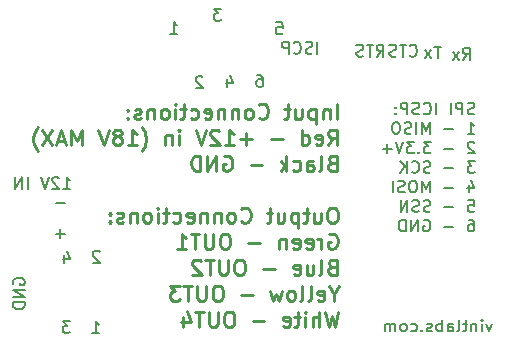
<source format=gbr>
G04 #@! TF.GenerationSoftware,KiCad,Pcbnew,5.0.0*
G04 #@! TF.CreationDate,2018-12-15T19:13:02-05:00*
G04 #@! TF.ProjectId,BT_12V_SmartSwitch-panelized-SINGLE,42545F3132565F536D61727453776974,rev?*
G04 #@! TF.SameCoordinates,Original*
G04 #@! TF.FileFunction,Legend,Bot*
G04 #@! TF.FilePolarity,Positive*
%FSLAX46Y46*%
G04 Gerber Fmt 4.6, Leading zero omitted, Abs format (unit mm)*
G04 Created by KiCad (PCBNEW 5.0.0) date Sat Dec 15 19:13:02 2018*
%MOMM*%
%LPD*%
G01*
G04 APERTURE LIST*
%ADD10C,0.150000*%
%ADD11C,0.250000*%
G04 APERTURE END LIST*
D10*
X180271428Y-64860714D02*
X180033333Y-65527380D01*
X179795238Y-64860714D01*
X179414285Y-65527380D02*
X179414285Y-64860714D01*
X179414285Y-64527380D02*
X179461904Y-64575000D01*
X179414285Y-64622619D01*
X179366666Y-64575000D01*
X179414285Y-64527380D01*
X179414285Y-64622619D01*
X178938095Y-64860714D02*
X178938095Y-65527380D01*
X178938095Y-64955952D02*
X178890476Y-64908333D01*
X178795238Y-64860714D01*
X178652380Y-64860714D01*
X178557142Y-64908333D01*
X178509523Y-65003571D01*
X178509523Y-65527380D01*
X178176190Y-64860714D02*
X177795238Y-64860714D01*
X178033333Y-64527380D02*
X178033333Y-65384523D01*
X177985714Y-65479761D01*
X177890476Y-65527380D01*
X177795238Y-65527380D01*
X177319047Y-65527380D02*
X177414285Y-65479761D01*
X177461904Y-65384523D01*
X177461904Y-64527380D01*
X176509523Y-65527380D02*
X176509523Y-65003571D01*
X176557142Y-64908333D01*
X176652380Y-64860714D01*
X176842857Y-64860714D01*
X176938095Y-64908333D01*
X176509523Y-65479761D02*
X176604761Y-65527380D01*
X176842857Y-65527380D01*
X176938095Y-65479761D01*
X176985714Y-65384523D01*
X176985714Y-65289285D01*
X176938095Y-65194047D01*
X176842857Y-65146428D01*
X176604761Y-65146428D01*
X176509523Y-65098809D01*
X176033333Y-65527380D02*
X176033333Y-64527380D01*
X176033333Y-64908333D02*
X175938095Y-64860714D01*
X175747619Y-64860714D01*
X175652380Y-64908333D01*
X175604761Y-64955952D01*
X175557142Y-65051190D01*
X175557142Y-65336904D01*
X175604761Y-65432142D01*
X175652380Y-65479761D01*
X175747619Y-65527380D01*
X175938095Y-65527380D01*
X176033333Y-65479761D01*
X175176190Y-65479761D02*
X175080952Y-65527380D01*
X174890476Y-65527380D01*
X174795238Y-65479761D01*
X174747619Y-65384523D01*
X174747619Y-65336904D01*
X174795238Y-65241666D01*
X174890476Y-65194047D01*
X175033333Y-65194047D01*
X175128571Y-65146428D01*
X175176190Y-65051190D01*
X175176190Y-65003571D01*
X175128571Y-64908333D01*
X175033333Y-64860714D01*
X174890476Y-64860714D01*
X174795238Y-64908333D01*
X174319047Y-65432142D02*
X174271428Y-65479761D01*
X174319047Y-65527380D01*
X174366666Y-65479761D01*
X174319047Y-65432142D01*
X174319047Y-65527380D01*
X173414285Y-65479761D02*
X173509523Y-65527380D01*
X173700000Y-65527380D01*
X173795238Y-65479761D01*
X173842857Y-65432142D01*
X173890476Y-65336904D01*
X173890476Y-65051190D01*
X173842857Y-64955952D01*
X173795238Y-64908333D01*
X173700000Y-64860714D01*
X173509523Y-64860714D01*
X173414285Y-64908333D01*
X172842857Y-65527380D02*
X172938095Y-65479761D01*
X172985714Y-65432142D01*
X173033333Y-65336904D01*
X173033333Y-65051190D01*
X172985714Y-64955952D01*
X172938095Y-64908333D01*
X172842857Y-64860714D01*
X172700000Y-64860714D01*
X172604761Y-64908333D01*
X172557142Y-64955952D01*
X172509523Y-65051190D01*
X172509523Y-65336904D01*
X172557142Y-65432142D01*
X172604761Y-65479761D01*
X172700000Y-65527380D01*
X172842857Y-65527380D01*
X172080952Y-65527380D02*
X172080952Y-64860714D01*
X172080952Y-64955952D02*
X172033333Y-64908333D01*
X171938095Y-64860714D01*
X171795238Y-64860714D01*
X171700000Y-64908333D01*
X171652380Y-65003571D01*
X171652380Y-65527380D01*
X171652380Y-65003571D02*
X171604761Y-64908333D01*
X171509523Y-64860714D01*
X171366666Y-64860714D01*
X171271428Y-64908333D01*
X171223809Y-65003571D01*
X171223809Y-65527380D01*
X144080952Y-57271428D02*
X143319047Y-57271428D01*
X143700000Y-57652380D02*
X143700000Y-56890476D01*
X144080952Y-54671428D02*
X143319047Y-54671428D01*
X143961904Y-53452380D02*
X144533333Y-53452380D01*
X144247619Y-53452380D02*
X144247619Y-52452380D01*
X144342857Y-52595238D01*
X144438095Y-52690476D01*
X144533333Y-52738095D01*
X143580952Y-52547619D02*
X143533333Y-52500000D01*
X143438095Y-52452380D01*
X143200000Y-52452380D01*
X143104761Y-52500000D01*
X143057142Y-52547619D01*
X143009523Y-52642857D01*
X143009523Y-52738095D01*
X143057142Y-52880952D01*
X143628571Y-53452380D01*
X143009523Y-53452380D01*
X142723809Y-52452380D02*
X142390476Y-53452380D01*
X142057142Y-52452380D01*
X140961904Y-53452380D02*
X140961904Y-52452380D01*
X140485714Y-53452380D02*
X140485714Y-52452380D01*
X139914285Y-53452380D01*
X139914285Y-52452380D01*
X165476190Y-42002380D02*
X165476190Y-41002380D01*
X165047619Y-41954761D02*
X164904761Y-42002380D01*
X164666666Y-42002380D01*
X164571428Y-41954761D01*
X164523809Y-41907142D01*
X164476190Y-41811904D01*
X164476190Y-41716666D01*
X164523809Y-41621428D01*
X164571428Y-41573809D01*
X164666666Y-41526190D01*
X164857142Y-41478571D01*
X164952380Y-41430952D01*
X165000000Y-41383333D01*
X165047619Y-41288095D01*
X165047619Y-41192857D01*
X165000000Y-41097619D01*
X164952380Y-41050000D01*
X164857142Y-41002380D01*
X164619047Y-41002380D01*
X164476190Y-41050000D01*
X163476190Y-41907142D02*
X163523809Y-41954761D01*
X163666666Y-42002380D01*
X163761904Y-42002380D01*
X163904761Y-41954761D01*
X164000000Y-41859523D01*
X164047619Y-41764285D01*
X164095238Y-41573809D01*
X164095238Y-41430952D01*
X164047619Y-41240476D01*
X164000000Y-41145238D01*
X163904761Y-41050000D01*
X163761904Y-41002380D01*
X163666666Y-41002380D01*
X163523809Y-41050000D01*
X163476190Y-41097619D01*
X163047619Y-42002380D02*
X163047619Y-41002380D01*
X162666666Y-41002380D01*
X162571428Y-41050000D01*
X162523809Y-41097619D01*
X162476190Y-41192857D01*
X162476190Y-41335714D01*
X162523809Y-41430952D01*
X162571428Y-41478571D01*
X162666666Y-41526190D01*
X163047619Y-41526190D01*
X178762023Y-47104761D02*
X178619166Y-47152380D01*
X178381071Y-47152380D01*
X178285833Y-47104761D01*
X178238214Y-47057142D01*
X178190595Y-46961904D01*
X178190595Y-46866666D01*
X178238214Y-46771428D01*
X178285833Y-46723809D01*
X178381071Y-46676190D01*
X178571547Y-46628571D01*
X178666785Y-46580952D01*
X178714404Y-46533333D01*
X178762023Y-46438095D01*
X178762023Y-46342857D01*
X178714404Y-46247619D01*
X178666785Y-46200000D01*
X178571547Y-46152380D01*
X178333452Y-46152380D01*
X178190595Y-46200000D01*
X177762023Y-47152380D02*
X177762023Y-46152380D01*
X177381071Y-46152380D01*
X177285833Y-46200000D01*
X177238214Y-46247619D01*
X177190595Y-46342857D01*
X177190595Y-46485714D01*
X177238214Y-46580952D01*
X177285833Y-46628571D01*
X177381071Y-46676190D01*
X177762023Y-46676190D01*
X176762023Y-47152380D02*
X176762023Y-46152380D01*
X175523928Y-47152380D02*
X175523928Y-46152380D01*
X174476309Y-47057142D02*
X174523928Y-47104761D01*
X174666785Y-47152380D01*
X174762023Y-47152380D01*
X174904880Y-47104761D01*
X175000119Y-47009523D01*
X175047738Y-46914285D01*
X175095357Y-46723809D01*
X175095357Y-46580952D01*
X175047738Y-46390476D01*
X175000119Y-46295238D01*
X174904880Y-46200000D01*
X174762023Y-46152380D01*
X174666785Y-46152380D01*
X174523928Y-46200000D01*
X174476309Y-46247619D01*
X174095357Y-47104761D02*
X173952500Y-47152380D01*
X173714404Y-47152380D01*
X173619166Y-47104761D01*
X173571547Y-47057142D01*
X173523928Y-46961904D01*
X173523928Y-46866666D01*
X173571547Y-46771428D01*
X173619166Y-46723809D01*
X173714404Y-46676190D01*
X173904880Y-46628571D01*
X174000119Y-46580952D01*
X174047738Y-46533333D01*
X174095357Y-46438095D01*
X174095357Y-46342857D01*
X174047738Y-46247619D01*
X174000119Y-46200000D01*
X173904880Y-46152380D01*
X173666785Y-46152380D01*
X173523928Y-46200000D01*
X173095357Y-47152380D02*
X173095357Y-46152380D01*
X172714404Y-46152380D01*
X172619166Y-46200000D01*
X172571547Y-46247619D01*
X172523928Y-46342857D01*
X172523928Y-46485714D01*
X172571547Y-46580952D01*
X172619166Y-46628571D01*
X172714404Y-46676190D01*
X173095357Y-46676190D01*
X172095357Y-47057142D02*
X172047738Y-47104761D01*
X172095357Y-47152380D01*
X172142976Y-47104761D01*
X172095357Y-47057142D01*
X172095357Y-47152380D01*
X172095357Y-46533333D02*
X172047738Y-46580952D01*
X172095357Y-46628571D01*
X172142976Y-46580952D01*
X172095357Y-46533333D01*
X172095357Y-46628571D01*
X178190595Y-48802380D02*
X178762023Y-48802380D01*
X178476309Y-48802380D02*
X178476309Y-47802380D01*
X178571547Y-47945238D01*
X178666785Y-48040476D01*
X178762023Y-48088095D01*
X177000119Y-48421428D02*
X176238214Y-48421428D01*
X175000119Y-48802380D02*
X175000119Y-47802380D01*
X174666785Y-48516666D01*
X174333452Y-47802380D01*
X174333452Y-48802380D01*
X173857261Y-48802380D02*
X173857261Y-47802380D01*
X173428690Y-48754761D02*
X173285833Y-48802380D01*
X173047738Y-48802380D01*
X172952500Y-48754761D01*
X172904880Y-48707142D01*
X172857261Y-48611904D01*
X172857261Y-48516666D01*
X172904880Y-48421428D01*
X172952500Y-48373809D01*
X173047738Y-48326190D01*
X173238214Y-48278571D01*
X173333452Y-48230952D01*
X173381071Y-48183333D01*
X173428690Y-48088095D01*
X173428690Y-47992857D01*
X173381071Y-47897619D01*
X173333452Y-47850000D01*
X173238214Y-47802380D01*
X173000119Y-47802380D01*
X172857261Y-47850000D01*
X172238214Y-47802380D02*
X172047738Y-47802380D01*
X171952500Y-47850000D01*
X171857261Y-47945238D01*
X171809642Y-48135714D01*
X171809642Y-48469047D01*
X171857261Y-48659523D01*
X171952500Y-48754761D01*
X172047738Y-48802380D01*
X172238214Y-48802380D01*
X172333452Y-48754761D01*
X172428690Y-48659523D01*
X172476309Y-48469047D01*
X172476309Y-48135714D01*
X172428690Y-47945238D01*
X172333452Y-47850000D01*
X172238214Y-47802380D01*
X178762023Y-49547619D02*
X178714404Y-49500000D01*
X178619166Y-49452380D01*
X178381071Y-49452380D01*
X178285833Y-49500000D01*
X178238214Y-49547619D01*
X178190595Y-49642857D01*
X178190595Y-49738095D01*
X178238214Y-49880952D01*
X178809642Y-50452380D01*
X178190595Y-50452380D01*
X177000119Y-50071428D02*
X176238214Y-50071428D01*
X175095357Y-49452380D02*
X174476309Y-49452380D01*
X174809642Y-49833333D01*
X174666785Y-49833333D01*
X174571547Y-49880952D01*
X174523928Y-49928571D01*
X174476309Y-50023809D01*
X174476309Y-50261904D01*
X174523928Y-50357142D01*
X174571547Y-50404761D01*
X174666785Y-50452380D01*
X174952500Y-50452380D01*
X175047738Y-50404761D01*
X175095357Y-50357142D01*
X174047738Y-50357142D02*
X174000119Y-50404761D01*
X174047738Y-50452380D01*
X174095357Y-50404761D01*
X174047738Y-50357142D01*
X174047738Y-50452380D01*
X173666785Y-49452380D02*
X173047738Y-49452380D01*
X173381071Y-49833333D01*
X173238214Y-49833333D01*
X173142976Y-49880952D01*
X173095357Y-49928571D01*
X173047738Y-50023809D01*
X173047738Y-50261904D01*
X173095357Y-50357142D01*
X173142976Y-50404761D01*
X173238214Y-50452380D01*
X173523928Y-50452380D01*
X173619166Y-50404761D01*
X173666785Y-50357142D01*
X172762023Y-49452380D02*
X172428690Y-50452380D01*
X172095357Y-49452380D01*
X171762023Y-50071428D02*
X171000119Y-50071428D01*
X171381071Y-50452380D02*
X171381071Y-49690476D01*
X178809642Y-51102380D02*
X178190595Y-51102380D01*
X178523928Y-51483333D01*
X178381071Y-51483333D01*
X178285833Y-51530952D01*
X178238214Y-51578571D01*
X178190595Y-51673809D01*
X178190595Y-51911904D01*
X178238214Y-52007142D01*
X178285833Y-52054761D01*
X178381071Y-52102380D01*
X178666785Y-52102380D01*
X178762023Y-52054761D01*
X178809642Y-52007142D01*
X177000119Y-51721428D02*
X176238214Y-51721428D01*
X175047738Y-52054761D02*
X174904880Y-52102380D01*
X174666785Y-52102380D01*
X174571547Y-52054761D01*
X174523928Y-52007142D01*
X174476309Y-51911904D01*
X174476309Y-51816666D01*
X174523928Y-51721428D01*
X174571547Y-51673809D01*
X174666785Y-51626190D01*
X174857261Y-51578571D01*
X174952500Y-51530952D01*
X175000119Y-51483333D01*
X175047738Y-51388095D01*
X175047738Y-51292857D01*
X175000119Y-51197619D01*
X174952500Y-51150000D01*
X174857261Y-51102380D01*
X174619166Y-51102380D01*
X174476309Y-51150000D01*
X173476309Y-52007142D02*
X173523928Y-52054761D01*
X173666785Y-52102380D01*
X173762023Y-52102380D01*
X173904880Y-52054761D01*
X174000119Y-51959523D01*
X174047738Y-51864285D01*
X174095357Y-51673809D01*
X174095357Y-51530952D01*
X174047738Y-51340476D01*
X174000119Y-51245238D01*
X173904880Y-51150000D01*
X173762023Y-51102380D01*
X173666785Y-51102380D01*
X173523928Y-51150000D01*
X173476309Y-51197619D01*
X173047738Y-52102380D02*
X173047738Y-51102380D01*
X172476309Y-52102380D02*
X172904880Y-51530952D01*
X172476309Y-51102380D02*
X173047738Y-51673809D01*
X178285833Y-53085714D02*
X178285833Y-53752380D01*
X178523928Y-52704761D02*
X178762023Y-53419047D01*
X178142976Y-53419047D01*
X177000119Y-53371428D02*
X176238214Y-53371428D01*
X175000119Y-53752380D02*
X175000119Y-52752380D01*
X174666785Y-53466666D01*
X174333452Y-52752380D01*
X174333452Y-53752380D01*
X173666785Y-52752380D02*
X173476309Y-52752380D01*
X173381071Y-52800000D01*
X173285833Y-52895238D01*
X173238214Y-53085714D01*
X173238214Y-53419047D01*
X173285833Y-53609523D01*
X173381071Y-53704761D01*
X173476309Y-53752380D01*
X173666785Y-53752380D01*
X173762023Y-53704761D01*
X173857261Y-53609523D01*
X173904880Y-53419047D01*
X173904880Y-53085714D01*
X173857261Y-52895238D01*
X173762023Y-52800000D01*
X173666785Y-52752380D01*
X172857261Y-53704761D02*
X172714404Y-53752380D01*
X172476309Y-53752380D01*
X172381071Y-53704761D01*
X172333452Y-53657142D01*
X172285833Y-53561904D01*
X172285833Y-53466666D01*
X172333452Y-53371428D01*
X172381071Y-53323809D01*
X172476309Y-53276190D01*
X172666785Y-53228571D01*
X172762023Y-53180952D01*
X172809642Y-53133333D01*
X172857261Y-53038095D01*
X172857261Y-52942857D01*
X172809642Y-52847619D01*
X172762023Y-52800000D01*
X172666785Y-52752380D01*
X172428690Y-52752380D01*
X172285833Y-52800000D01*
X171857261Y-53752380D02*
X171857261Y-52752380D01*
X178238214Y-54402380D02*
X178714404Y-54402380D01*
X178762023Y-54878571D01*
X178714404Y-54830952D01*
X178619166Y-54783333D01*
X178381071Y-54783333D01*
X178285833Y-54830952D01*
X178238214Y-54878571D01*
X178190595Y-54973809D01*
X178190595Y-55211904D01*
X178238214Y-55307142D01*
X178285833Y-55354761D01*
X178381071Y-55402380D01*
X178619166Y-55402380D01*
X178714404Y-55354761D01*
X178762023Y-55307142D01*
X177000119Y-55021428D02*
X176238214Y-55021428D01*
X175047738Y-55354761D02*
X174904880Y-55402380D01*
X174666785Y-55402380D01*
X174571547Y-55354761D01*
X174523928Y-55307142D01*
X174476309Y-55211904D01*
X174476309Y-55116666D01*
X174523928Y-55021428D01*
X174571547Y-54973809D01*
X174666785Y-54926190D01*
X174857261Y-54878571D01*
X174952500Y-54830952D01*
X175000119Y-54783333D01*
X175047738Y-54688095D01*
X175047738Y-54592857D01*
X175000119Y-54497619D01*
X174952500Y-54450000D01*
X174857261Y-54402380D01*
X174619166Y-54402380D01*
X174476309Y-54450000D01*
X174095357Y-55354761D02*
X173952500Y-55402380D01*
X173714404Y-55402380D01*
X173619166Y-55354761D01*
X173571547Y-55307142D01*
X173523928Y-55211904D01*
X173523928Y-55116666D01*
X173571547Y-55021428D01*
X173619166Y-54973809D01*
X173714404Y-54926190D01*
X173904880Y-54878571D01*
X174000119Y-54830952D01*
X174047738Y-54783333D01*
X174095357Y-54688095D01*
X174095357Y-54592857D01*
X174047738Y-54497619D01*
X174000119Y-54450000D01*
X173904880Y-54402380D01*
X173666785Y-54402380D01*
X173523928Y-54450000D01*
X173095357Y-55402380D02*
X173095357Y-54402380D01*
X172523928Y-55402380D01*
X172523928Y-54402380D01*
X178285833Y-56052380D02*
X178476309Y-56052380D01*
X178571547Y-56100000D01*
X178619166Y-56147619D01*
X178714404Y-56290476D01*
X178762023Y-56480952D01*
X178762023Y-56861904D01*
X178714404Y-56957142D01*
X178666785Y-57004761D01*
X178571547Y-57052380D01*
X178381071Y-57052380D01*
X178285833Y-57004761D01*
X178238214Y-56957142D01*
X178190595Y-56861904D01*
X178190595Y-56623809D01*
X178238214Y-56528571D01*
X178285833Y-56480952D01*
X178381071Y-56433333D01*
X178571547Y-56433333D01*
X178666785Y-56480952D01*
X178714404Y-56528571D01*
X178762023Y-56623809D01*
X177000119Y-56671428D02*
X176238214Y-56671428D01*
X174476309Y-56100000D02*
X174571547Y-56052380D01*
X174714404Y-56052380D01*
X174857261Y-56100000D01*
X174952500Y-56195238D01*
X175000119Y-56290476D01*
X175047738Y-56480952D01*
X175047738Y-56623809D01*
X175000119Y-56814285D01*
X174952500Y-56909523D01*
X174857261Y-57004761D01*
X174714404Y-57052380D01*
X174619166Y-57052380D01*
X174476309Y-57004761D01*
X174428690Y-56957142D01*
X174428690Y-56623809D01*
X174619166Y-56623809D01*
X174000119Y-57052380D02*
X174000119Y-56052380D01*
X173428690Y-57052380D01*
X173428690Y-56052380D01*
X172952500Y-57052380D02*
X172952500Y-56052380D01*
X172714404Y-56052380D01*
X172571547Y-56100000D01*
X172476309Y-56195238D01*
X172428690Y-56290476D01*
X172381071Y-56480952D01*
X172381071Y-56623809D01*
X172428690Y-56814285D01*
X172476309Y-56909523D01*
X172571547Y-57004761D01*
X172714404Y-57052380D01*
X172952500Y-57052380D01*
X157333333Y-38202380D02*
X156714285Y-38202380D01*
X157047619Y-38583333D01*
X156904761Y-38583333D01*
X156809523Y-38630952D01*
X156761904Y-38678571D01*
X156714285Y-38773809D01*
X156714285Y-39011904D01*
X156761904Y-39107142D01*
X156809523Y-39154761D01*
X156904761Y-39202380D01*
X157190476Y-39202380D01*
X157285714Y-39154761D01*
X157333333Y-39107142D01*
X162011904Y-39352380D02*
X162488095Y-39352380D01*
X162535714Y-39828571D01*
X162488095Y-39780952D01*
X162392857Y-39733333D01*
X162154761Y-39733333D01*
X162059523Y-39780952D01*
X162011904Y-39828571D01*
X161964285Y-39923809D01*
X161964285Y-40161904D01*
X162011904Y-40257142D01*
X162059523Y-40304761D01*
X162154761Y-40352380D01*
X162392857Y-40352380D01*
X162488095Y-40304761D01*
X162535714Y-40257142D01*
X160409523Y-43802380D02*
X160600000Y-43802380D01*
X160695238Y-43850000D01*
X160742857Y-43897619D01*
X160838095Y-44040476D01*
X160885714Y-44230952D01*
X160885714Y-44611904D01*
X160838095Y-44707142D01*
X160790476Y-44754761D01*
X160695238Y-44802380D01*
X160504761Y-44802380D01*
X160409523Y-44754761D01*
X160361904Y-44707142D01*
X160314285Y-44611904D01*
X160314285Y-44373809D01*
X160361904Y-44278571D01*
X160409523Y-44230952D01*
X160504761Y-44183333D01*
X160695238Y-44183333D01*
X160790476Y-44230952D01*
X160838095Y-44278571D01*
X160885714Y-44373809D01*
X157859523Y-44185714D02*
X157859523Y-44852380D01*
X158097619Y-43804761D02*
X158335714Y-44519047D01*
X157716666Y-44519047D01*
X155735714Y-43997619D02*
X155688095Y-43950000D01*
X155592857Y-43902380D01*
X155354761Y-43902380D01*
X155259523Y-43950000D01*
X155211904Y-43997619D01*
X155164285Y-44092857D01*
X155164285Y-44188095D01*
X155211904Y-44330952D01*
X155783333Y-44902380D01*
X155164285Y-44902380D01*
X153014285Y-40302380D02*
X153585714Y-40302380D01*
X153300000Y-40302380D02*
X153300000Y-39302380D01*
X153395238Y-39445238D01*
X153490476Y-39540476D01*
X153585714Y-39588095D01*
X170497619Y-42252380D02*
X170830952Y-41776190D01*
X171069047Y-42252380D02*
X171069047Y-41252380D01*
X170688095Y-41252380D01*
X170592857Y-41300000D01*
X170545238Y-41347619D01*
X170497619Y-41442857D01*
X170497619Y-41585714D01*
X170545238Y-41680952D01*
X170592857Y-41728571D01*
X170688095Y-41776190D01*
X171069047Y-41776190D01*
X170211904Y-41252380D02*
X169640476Y-41252380D01*
X169926190Y-42252380D02*
X169926190Y-41252380D01*
X169354761Y-42204761D02*
X169211904Y-42252380D01*
X168973809Y-42252380D01*
X168878571Y-42204761D01*
X168830952Y-42157142D01*
X168783333Y-42061904D01*
X168783333Y-41966666D01*
X168830952Y-41871428D01*
X168878571Y-41823809D01*
X168973809Y-41776190D01*
X169164285Y-41728571D01*
X169259523Y-41680952D01*
X169307142Y-41633333D01*
X169354761Y-41538095D01*
X169354761Y-41442857D01*
X169307142Y-41347619D01*
X169259523Y-41300000D01*
X169164285Y-41252380D01*
X168926190Y-41252380D01*
X168783333Y-41300000D01*
X173297619Y-42157142D02*
X173345238Y-42204761D01*
X173488095Y-42252380D01*
X173583333Y-42252380D01*
X173726190Y-42204761D01*
X173821428Y-42109523D01*
X173869047Y-42014285D01*
X173916666Y-41823809D01*
X173916666Y-41680952D01*
X173869047Y-41490476D01*
X173821428Y-41395238D01*
X173726190Y-41300000D01*
X173583333Y-41252380D01*
X173488095Y-41252380D01*
X173345238Y-41300000D01*
X173297619Y-41347619D01*
X173011904Y-41252380D02*
X172440476Y-41252380D01*
X172726190Y-42252380D02*
X172726190Y-41252380D01*
X172154761Y-42204761D02*
X172011904Y-42252380D01*
X171773809Y-42252380D01*
X171678571Y-42204761D01*
X171630952Y-42157142D01*
X171583333Y-42061904D01*
X171583333Y-41966666D01*
X171630952Y-41871428D01*
X171678571Y-41823809D01*
X171773809Y-41776190D01*
X171964285Y-41728571D01*
X172059523Y-41680952D01*
X172107142Y-41633333D01*
X172154761Y-41538095D01*
X172154761Y-41442857D01*
X172107142Y-41347619D01*
X172059523Y-41300000D01*
X171964285Y-41252380D01*
X171726190Y-41252380D01*
X171583333Y-41300000D01*
X175940476Y-41402380D02*
X175369047Y-41402380D01*
X175654761Y-42402380D02*
X175654761Y-41402380D01*
X175130952Y-42402380D02*
X174607142Y-41735714D01*
X175130952Y-41735714D02*
X174607142Y-42402380D01*
X177795238Y-42502380D02*
X178128571Y-42026190D01*
X178366666Y-42502380D02*
X178366666Y-41502380D01*
X177985714Y-41502380D01*
X177890476Y-41550000D01*
X177842857Y-41597619D01*
X177795238Y-41692857D01*
X177795238Y-41835714D01*
X177842857Y-41930952D01*
X177890476Y-41978571D01*
X177985714Y-42026190D01*
X178366666Y-42026190D01*
X177461904Y-42502380D02*
X176938095Y-41835714D01*
X177461904Y-41835714D02*
X176938095Y-42502380D01*
X144533333Y-64652380D02*
X143914285Y-64652380D01*
X144247619Y-65033333D01*
X144104761Y-65033333D01*
X144009523Y-65080952D01*
X143961904Y-65128571D01*
X143914285Y-65223809D01*
X143914285Y-65461904D01*
X143961904Y-65557142D01*
X144009523Y-65604761D01*
X144104761Y-65652380D01*
X144390476Y-65652380D01*
X144485714Y-65604761D01*
X144533333Y-65557142D01*
X147035714Y-58797619D02*
X146988095Y-58750000D01*
X146892857Y-58702380D01*
X146654761Y-58702380D01*
X146559523Y-58750000D01*
X146511904Y-58797619D01*
X146464285Y-58892857D01*
X146464285Y-58988095D01*
X146511904Y-59130952D01*
X147083333Y-59702380D01*
X146464285Y-59702380D01*
X146414285Y-65652380D02*
X146985714Y-65652380D01*
X146700000Y-65652380D02*
X146700000Y-64652380D01*
X146795238Y-64795238D01*
X146890476Y-64890476D01*
X146985714Y-64938095D01*
X144059523Y-59085714D02*
X144059523Y-59752380D01*
X144297619Y-58704761D02*
X144535714Y-59419047D01*
X143916666Y-59419047D01*
X139750000Y-61538095D02*
X139702380Y-61442857D01*
X139702380Y-61300000D01*
X139750000Y-61157142D01*
X139845238Y-61061904D01*
X139940476Y-61014285D01*
X140130952Y-60966666D01*
X140273809Y-60966666D01*
X140464285Y-61014285D01*
X140559523Y-61061904D01*
X140654761Y-61157142D01*
X140702380Y-61300000D01*
X140702380Y-61395238D01*
X140654761Y-61538095D01*
X140607142Y-61585714D01*
X140273809Y-61585714D01*
X140273809Y-61395238D01*
X140702380Y-62014285D02*
X139702380Y-62014285D01*
X140702380Y-62585714D01*
X139702380Y-62585714D01*
X140702380Y-63061904D02*
X139702380Y-63061904D01*
X139702380Y-63300000D01*
X139750000Y-63442857D01*
X139845238Y-63538095D01*
X139940476Y-63585714D01*
X140130952Y-63633333D01*
X140273809Y-63633333D01*
X140464285Y-63585714D01*
X140559523Y-63538095D01*
X140654761Y-63442857D01*
X140702380Y-63300000D01*
X140702380Y-63061904D01*
D11*
X167127976Y-47538095D02*
X167127976Y-46238095D01*
X166508928Y-46671428D02*
X166508928Y-47538095D01*
X166508928Y-46795238D02*
X166447023Y-46733333D01*
X166323214Y-46671428D01*
X166137500Y-46671428D01*
X166013690Y-46733333D01*
X165951785Y-46857142D01*
X165951785Y-47538095D01*
X165332738Y-46671428D02*
X165332738Y-47971428D01*
X165332738Y-46733333D02*
X165208928Y-46671428D01*
X164961309Y-46671428D01*
X164837500Y-46733333D01*
X164775595Y-46795238D01*
X164713690Y-46919047D01*
X164713690Y-47290476D01*
X164775595Y-47414285D01*
X164837500Y-47476190D01*
X164961309Y-47538095D01*
X165208928Y-47538095D01*
X165332738Y-47476190D01*
X163599404Y-46671428D02*
X163599404Y-47538095D01*
X164156547Y-46671428D02*
X164156547Y-47352380D01*
X164094642Y-47476190D01*
X163970833Y-47538095D01*
X163785119Y-47538095D01*
X163661309Y-47476190D01*
X163599404Y-47414285D01*
X163166071Y-46671428D02*
X162670833Y-46671428D01*
X162980357Y-46238095D02*
X162980357Y-47352380D01*
X162918452Y-47476190D01*
X162794642Y-47538095D01*
X162670833Y-47538095D01*
X160504166Y-47414285D02*
X160566071Y-47476190D01*
X160751785Y-47538095D01*
X160875595Y-47538095D01*
X161061309Y-47476190D01*
X161185119Y-47352380D01*
X161247023Y-47228571D01*
X161308928Y-46980952D01*
X161308928Y-46795238D01*
X161247023Y-46547619D01*
X161185119Y-46423809D01*
X161061309Y-46300000D01*
X160875595Y-46238095D01*
X160751785Y-46238095D01*
X160566071Y-46300000D01*
X160504166Y-46361904D01*
X159761309Y-47538095D02*
X159885119Y-47476190D01*
X159947023Y-47414285D01*
X160008928Y-47290476D01*
X160008928Y-46919047D01*
X159947023Y-46795238D01*
X159885119Y-46733333D01*
X159761309Y-46671428D01*
X159575595Y-46671428D01*
X159451785Y-46733333D01*
X159389880Y-46795238D01*
X159327976Y-46919047D01*
X159327976Y-47290476D01*
X159389880Y-47414285D01*
X159451785Y-47476190D01*
X159575595Y-47538095D01*
X159761309Y-47538095D01*
X158770833Y-46671428D02*
X158770833Y-47538095D01*
X158770833Y-46795238D02*
X158708928Y-46733333D01*
X158585119Y-46671428D01*
X158399404Y-46671428D01*
X158275595Y-46733333D01*
X158213690Y-46857142D01*
X158213690Y-47538095D01*
X157594642Y-46671428D02*
X157594642Y-47538095D01*
X157594642Y-46795238D02*
X157532738Y-46733333D01*
X157408928Y-46671428D01*
X157223214Y-46671428D01*
X157099404Y-46733333D01*
X157037500Y-46857142D01*
X157037500Y-47538095D01*
X155923214Y-47476190D02*
X156047023Y-47538095D01*
X156294642Y-47538095D01*
X156418452Y-47476190D01*
X156480357Y-47352380D01*
X156480357Y-46857142D01*
X156418452Y-46733333D01*
X156294642Y-46671428D01*
X156047023Y-46671428D01*
X155923214Y-46733333D01*
X155861309Y-46857142D01*
X155861309Y-46980952D01*
X156480357Y-47104761D01*
X154747023Y-47476190D02*
X154870833Y-47538095D01*
X155118452Y-47538095D01*
X155242261Y-47476190D01*
X155304166Y-47414285D01*
X155366071Y-47290476D01*
X155366071Y-46919047D01*
X155304166Y-46795238D01*
X155242261Y-46733333D01*
X155118452Y-46671428D01*
X154870833Y-46671428D01*
X154747023Y-46733333D01*
X154375595Y-46671428D02*
X153880357Y-46671428D01*
X154189880Y-46238095D02*
X154189880Y-47352380D01*
X154127976Y-47476190D01*
X154004166Y-47538095D01*
X153880357Y-47538095D01*
X153447023Y-47538095D02*
X153447023Y-46671428D01*
X153447023Y-46238095D02*
X153508928Y-46300000D01*
X153447023Y-46361904D01*
X153385119Y-46300000D01*
X153447023Y-46238095D01*
X153447023Y-46361904D01*
X152642261Y-47538095D02*
X152766071Y-47476190D01*
X152827976Y-47414285D01*
X152889880Y-47290476D01*
X152889880Y-46919047D01*
X152827976Y-46795238D01*
X152766071Y-46733333D01*
X152642261Y-46671428D01*
X152456547Y-46671428D01*
X152332738Y-46733333D01*
X152270833Y-46795238D01*
X152208928Y-46919047D01*
X152208928Y-47290476D01*
X152270833Y-47414285D01*
X152332738Y-47476190D01*
X152456547Y-47538095D01*
X152642261Y-47538095D01*
X151651785Y-46671428D02*
X151651785Y-47538095D01*
X151651785Y-46795238D02*
X151589880Y-46733333D01*
X151466071Y-46671428D01*
X151280357Y-46671428D01*
X151156547Y-46733333D01*
X151094642Y-46857142D01*
X151094642Y-47538095D01*
X150537500Y-47476190D02*
X150413690Y-47538095D01*
X150166071Y-47538095D01*
X150042261Y-47476190D01*
X149980357Y-47352380D01*
X149980357Y-47290476D01*
X150042261Y-47166666D01*
X150166071Y-47104761D01*
X150351785Y-47104761D01*
X150475595Y-47042857D01*
X150537500Y-46919047D01*
X150537500Y-46857142D01*
X150475595Y-46733333D01*
X150351785Y-46671428D01*
X150166071Y-46671428D01*
X150042261Y-46733333D01*
X149423214Y-47414285D02*
X149361309Y-47476190D01*
X149423214Y-47538095D01*
X149485119Y-47476190D01*
X149423214Y-47414285D01*
X149423214Y-47538095D01*
X149423214Y-46733333D02*
X149361309Y-46795238D01*
X149423214Y-46857142D01*
X149485119Y-46795238D01*
X149423214Y-46733333D01*
X149423214Y-46857142D01*
X166385119Y-49738095D02*
X166818452Y-49119047D01*
X167127976Y-49738095D02*
X167127976Y-48438095D01*
X166632738Y-48438095D01*
X166508928Y-48500000D01*
X166447023Y-48561904D01*
X166385119Y-48685714D01*
X166385119Y-48871428D01*
X166447023Y-48995238D01*
X166508928Y-49057142D01*
X166632738Y-49119047D01*
X167127976Y-49119047D01*
X165332738Y-49676190D02*
X165456547Y-49738095D01*
X165704166Y-49738095D01*
X165827976Y-49676190D01*
X165889880Y-49552380D01*
X165889880Y-49057142D01*
X165827976Y-48933333D01*
X165704166Y-48871428D01*
X165456547Y-48871428D01*
X165332738Y-48933333D01*
X165270833Y-49057142D01*
X165270833Y-49180952D01*
X165889880Y-49304761D01*
X164156547Y-49738095D02*
X164156547Y-48438095D01*
X164156547Y-49676190D02*
X164280357Y-49738095D01*
X164527976Y-49738095D01*
X164651785Y-49676190D01*
X164713690Y-49614285D01*
X164775595Y-49490476D01*
X164775595Y-49119047D01*
X164713690Y-48995238D01*
X164651785Y-48933333D01*
X164527976Y-48871428D01*
X164280357Y-48871428D01*
X164156547Y-48933333D01*
X162547023Y-49242857D02*
X161556547Y-49242857D01*
X159947023Y-49242857D02*
X158956547Y-49242857D01*
X159451785Y-49738095D02*
X159451785Y-48747619D01*
X157656547Y-49738095D02*
X158399404Y-49738095D01*
X158027976Y-49738095D02*
X158027976Y-48438095D01*
X158151785Y-48623809D01*
X158275595Y-48747619D01*
X158399404Y-48809523D01*
X157161309Y-48561904D02*
X157099404Y-48500000D01*
X156975595Y-48438095D01*
X156666071Y-48438095D01*
X156542261Y-48500000D01*
X156480357Y-48561904D01*
X156418452Y-48685714D01*
X156418452Y-48809523D01*
X156480357Y-48995238D01*
X157223214Y-49738095D01*
X156418452Y-49738095D01*
X156047023Y-48438095D02*
X155613690Y-49738095D01*
X155180357Y-48438095D01*
X153756547Y-49738095D02*
X153756547Y-48871428D01*
X153756547Y-48438095D02*
X153818452Y-48500000D01*
X153756547Y-48561904D01*
X153694642Y-48500000D01*
X153756547Y-48438095D01*
X153756547Y-48561904D01*
X153137500Y-48871428D02*
X153137500Y-49738095D01*
X153137500Y-48995238D02*
X153075595Y-48933333D01*
X152951785Y-48871428D01*
X152766071Y-48871428D01*
X152642261Y-48933333D01*
X152580357Y-49057142D01*
X152580357Y-49738095D01*
X150599404Y-50233333D02*
X150661309Y-50171428D01*
X150785119Y-49985714D01*
X150847023Y-49861904D01*
X150908928Y-49676190D01*
X150970833Y-49366666D01*
X150970833Y-49119047D01*
X150908928Y-48809523D01*
X150847023Y-48623809D01*
X150785119Y-48500000D01*
X150661309Y-48314285D01*
X150599404Y-48252380D01*
X149423214Y-49738095D02*
X150166071Y-49738095D01*
X149794642Y-49738095D02*
X149794642Y-48438095D01*
X149918452Y-48623809D01*
X150042261Y-48747619D01*
X150166071Y-48809523D01*
X148680357Y-48995238D02*
X148804166Y-48933333D01*
X148866071Y-48871428D01*
X148927976Y-48747619D01*
X148927976Y-48685714D01*
X148866071Y-48561904D01*
X148804166Y-48500000D01*
X148680357Y-48438095D01*
X148432738Y-48438095D01*
X148308928Y-48500000D01*
X148247023Y-48561904D01*
X148185119Y-48685714D01*
X148185119Y-48747619D01*
X148247023Y-48871428D01*
X148308928Y-48933333D01*
X148432738Y-48995238D01*
X148680357Y-48995238D01*
X148804166Y-49057142D01*
X148866071Y-49119047D01*
X148927976Y-49242857D01*
X148927976Y-49490476D01*
X148866071Y-49614285D01*
X148804166Y-49676190D01*
X148680357Y-49738095D01*
X148432738Y-49738095D01*
X148308928Y-49676190D01*
X148247023Y-49614285D01*
X148185119Y-49490476D01*
X148185119Y-49242857D01*
X148247023Y-49119047D01*
X148308928Y-49057142D01*
X148432738Y-48995238D01*
X147813690Y-48438095D02*
X147380357Y-49738095D01*
X146947023Y-48438095D01*
X145523214Y-49738095D02*
X145523214Y-48438095D01*
X145089880Y-49366666D01*
X144656547Y-48438095D01*
X144656547Y-49738095D01*
X144099404Y-49366666D02*
X143480357Y-49366666D01*
X144223214Y-49738095D02*
X143789880Y-48438095D01*
X143356547Y-49738095D01*
X143047023Y-48438095D02*
X142180357Y-49738095D01*
X142180357Y-48438095D02*
X143047023Y-49738095D01*
X141808928Y-50233333D02*
X141747023Y-50171428D01*
X141623214Y-49985714D01*
X141561309Y-49861904D01*
X141499404Y-49676190D01*
X141437500Y-49366666D01*
X141437500Y-49119047D01*
X141499404Y-48809523D01*
X141561309Y-48623809D01*
X141623214Y-48500000D01*
X141747023Y-48314285D01*
X141808928Y-48252380D01*
X166694642Y-51257142D02*
X166508928Y-51319047D01*
X166447023Y-51380952D01*
X166385119Y-51504761D01*
X166385119Y-51690476D01*
X166447023Y-51814285D01*
X166508928Y-51876190D01*
X166632738Y-51938095D01*
X167127976Y-51938095D01*
X167127976Y-50638095D01*
X166694642Y-50638095D01*
X166570833Y-50700000D01*
X166508928Y-50761904D01*
X166447023Y-50885714D01*
X166447023Y-51009523D01*
X166508928Y-51133333D01*
X166570833Y-51195238D01*
X166694642Y-51257142D01*
X167127976Y-51257142D01*
X165642261Y-51938095D02*
X165766071Y-51876190D01*
X165827976Y-51752380D01*
X165827976Y-50638095D01*
X164589880Y-51938095D02*
X164589880Y-51257142D01*
X164651785Y-51133333D01*
X164775595Y-51071428D01*
X165023214Y-51071428D01*
X165147023Y-51133333D01*
X164589880Y-51876190D02*
X164713690Y-51938095D01*
X165023214Y-51938095D01*
X165147023Y-51876190D01*
X165208928Y-51752380D01*
X165208928Y-51628571D01*
X165147023Y-51504761D01*
X165023214Y-51442857D01*
X164713690Y-51442857D01*
X164589880Y-51380952D01*
X163413690Y-51876190D02*
X163537500Y-51938095D01*
X163785119Y-51938095D01*
X163908928Y-51876190D01*
X163970833Y-51814285D01*
X164032738Y-51690476D01*
X164032738Y-51319047D01*
X163970833Y-51195238D01*
X163908928Y-51133333D01*
X163785119Y-51071428D01*
X163537500Y-51071428D01*
X163413690Y-51133333D01*
X162856547Y-51938095D02*
X162856547Y-50638095D01*
X162732738Y-51442857D02*
X162361309Y-51938095D01*
X162361309Y-51071428D02*
X162856547Y-51566666D01*
X160813690Y-51442857D02*
X159823214Y-51442857D01*
X157532738Y-50700000D02*
X157656547Y-50638095D01*
X157842261Y-50638095D01*
X158027976Y-50700000D01*
X158151785Y-50823809D01*
X158213690Y-50947619D01*
X158275595Y-51195238D01*
X158275595Y-51380952D01*
X158213690Y-51628571D01*
X158151785Y-51752380D01*
X158027976Y-51876190D01*
X157842261Y-51938095D01*
X157718452Y-51938095D01*
X157532738Y-51876190D01*
X157470833Y-51814285D01*
X157470833Y-51380952D01*
X157718452Y-51380952D01*
X156913690Y-51938095D02*
X156913690Y-50638095D01*
X156170833Y-51938095D01*
X156170833Y-50638095D01*
X155551785Y-51938095D02*
X155551785Y-50638095D01*
X155242261Y-50638095D01*
X155056547Y-50700000D01*
X154932738Y-50823809D01*
X154870833Y-50947619D01*
X154808928Y-51195238D01*
X154808928Y-51380952D01*
X154870833Y-51628571D01*
X154932738Y-51752380D01*
X155056547Y-51876190D01*
X155242261Y-51938095D01*
X155551785Y-51938095D01*
X166880357Y-55038095D02*
X166632738Y-55038095D01*
X166508928Y-55100000D01*
X166385119Y-55223809D01*
X166323214Y-55471428D01*
X166323214Y-55904761D01*
X166385119Y-56152380D01*
X166508928Y-56276190D01*
X166632738Y-56338095D01*
X166880357Y-56338095D01*
X167004166Y-56276190D01*
X167127976Y-56152380D01*
X167189880Y-55904761D01*
X167189880Y-55471428D01*
X167127976Y-55223809D01*
X167004166Y-55100000D01*
X166880357Y-55038095D01*
X165208928Y-55471428D02*
X165208928Y-56338095D01*
X165766071Y-55471428D02*
X165766071Y-56152380D01*
X165704166Y-56276190D01*
X165580357Y-56338095D01*
X165394642Y-56338095D01*
X165270833Y-56276190D01*
X165208928Y-56214285D01*
X164775595Y-55471428D02*
X164280357Y-55471428D01*
X164589880Y-55038095D02*
X164589880Y-56152380D01*
X164527976Y-56276190D01*
X164404166Y-56338095D01*
X164280357Y-56338095D01*
X163847023Y-55471428D02*
X163847023Y-56771428D01*
X163847023Y-55533333D02*
X163723214Y-55471428D01*
X163475595Y-55471428D01*
X163351785Y-55533333D01*
X163289880Y-55595238D01*
X163227976Y-55719047D01*
X163227976Y-56090476D01*
X163289880Y-56214285D01*
X163351785Y-56276190D01*
X163475595Y-56338095D01*
X163723214Y-56338095D01*
X163847023Y-56276190D01*
X162113690Y-55471428D02*
X162113690Y-56338095D01*
X162670833Y-55471428D02*
X162670833Y-56152380D01*
X162608928Y-56276190D01*
X162485119Y-56338095D01*
X162299404Y-56338095D01*
X162175595Y-56276190D01*
X162113690Y-56214285D01*
X161680357Y-55471428D02*
X161185119Y-55471428D01*
X161494642Y-55038095D02*
X161494642Y-56152380D01*
X161432738Y-56276190D01*
X161308928Y-56338095D01*
X161185119Y-56338095D01*
X159018452Y-56214285D02*
X159080357Y-56276190D01*
X159266071Y-56338095D01*
X159389880Y-56338095D01*
X159575595Y-56276190D01*
X159699404Y-56152380D01*
X159761309Y-56028571D01*
X159823214Y-55780952D01*
X159823214Y-55595238D01*
X159761309Y-55347619D01*
X159699404Y-55223809D01*
X159575595Y-55100000D01*
X159389880Y-55038095D01*
X159266071Y-55038095D01*
X159080357Y-55100000D01*
X159018452Y-55161904D01*
X158275595Y-56338095D02*
X158399404Y-56276190D01*
X158461309Y-56214285D01*
X158523214Y-56090476D01*
X158523214Y-55719047D01*
X158461309Y-55595238D01*
X158399404Y-55533333D01*
X158275595Y-55471428D01*
X158089880Y-55471428D01*
X157966071Y-55533333D01*
X157904166Y-55595238D01*
X157842261Y-55719047D01*
X157842261Y-56090476D01*
X157904166Y-56214285D01*
X157966071Y-56276190D01*
X158089880Y-56338095D01*
X158275595Y-56338095D01*
X157285119Y-55471428D02*
X157285119Y-56338095D01*
X157285119Y-55595238D02*
X157223214Y-55533333D01*
X157099404Y-55471428D01*
X156913690Y-55471428D01*
X156789880Y-55533333D01*
X156727976Y-55657142D01*
X156727976Y-56338095D01*
X156108928Y-55471428D02*
X156108928Y-56338095D01*
X156108928Y-55595238D02*
X156047023Y-55533333D01*
X155923214Y-55471428D01*
X155737500Y-55471428D01*
X155613690Y-55533333D01*
X155551785Y-55657142D01*
X155551785Y-56338095D01*
X154437500Y-56276190D02*
X154561309Y-56338095D01*
X154808928Y-56338095D01*
X154932738Y-56276190D01*
X154994642Y-56152380D01*
X154994642Y-55657142D01*
X154932738Y-55533333D01*
X154808928Y-55471428D01*
X154561309Y-55471428D01*
X154437500Y-55533333D01*
X154375595Y-55657142D01*
X154375595Y-55780952D01*
X154994642Y-55904761D01*
X153261309Y-56276190D02*
X153385119Y-56338095D01*
X153632738Y-56338095D01*
X153756547Y-56276190D01*
X153818452Y-56214285D01*
X153880357Y-56090476D01*
X153880357Y-55719047D01*
X153818452Y-55595238D01*
X153756547Y-55533333D01*
X153632738Y-55471428D01*
X153385119Y-55471428D01*
X153261309Y-55533333D01*
X152889880Y-55471428D02*
X152394642Y-55471428D01*
X152704166Y-55038095D02*
X152704166Y-56152380D01*
X152642261Y-56276190D01*
X152518452Y-56338095D01*
X152394642Y-56338095D01*
X151961309Y-56338095D02*
X151961309Y-55471428D01*
X151961309Y-55038095D02*
X152023214Y-55100000D01*
X151961309Y-55161904D01*
X151899404Y-55100000D01*
X151961309Y-55038095D01*
X151961309Y-55161904D01*
X151156547Y-56338095D02*
X151280357Y-56276190D01*
X151342261Y-56214285D01*
X151404166Y-56090476D01*
X151404166Y-55719047D01*
X151342261Y-55595238D01*
X151280357Y-55533333D01*
X151156547Y-55471428D01*
X150970833Y-55471428D01*
X150847023Y-55533333D01*
X150785119Y-55595238D01*
X150723214Y-55719047D01*
X150723214Y-56090476D01*
X150785119Y-56214285D01*
X150847023Y-56276190D01*
X150970833Y-56338095D01*
X151156547Y-56338095D01*
X150166071Y-55471428D02*
X150166071Y-56338095D01*
X150166071Y-55595238D02*
X150104166Y-55533333D01*
X149980357Y-55471428D01*
X149794642Y-55471428D01*
X149670833Y-55533333D01*
X149608928Y-55657142D01*
X149608928Y-56338095D01*
X149051785Y-56276190D02*
X148927976Y-56338095D01*
X148680357Y-56338095D01*
X148556547Y-56276190D01*
X148494642Y-56152380D01*
X148494642Y-56090476D01*
X148556547Y-55966666D01*
X148680357Y-55904761D01*
X148866071Y-55904761D01*
X148989880Y-55842857D01*
X149051785Y-55719047D01*
X149051785Y-55657142D01*
X148989880Y-55533333D01*
X148866071Y-55471428D01*
X148680357Y-55471428D01*
X148556547Y-55533333D01*
X147937500Y-56214285D02*
X147875595Y-56276190D01*
X147937500Y-56338095D01*
X147999404Y-56276190D01*
X147937500Y-56214285D01*
X147937500Y-56338095D01*
X147937500Y-55533333D02*
X147875595Y-55595238D01*
X147937500Y-55657142D01*
X147999404Y-55595238D01*
X147937500Y-55533333D01*
X147937500Y-55657142D01*
X166447023Y-57300000D02*
X166570833Y-57238095D01*
X166756547Y-57238095D01*
X166942261Y-57300000D01*
X167066071Y-57423809D01*
X167127976Y-57547619D01*
X167189880Y-57795238D01*
X167189880Y-57980952D01*
X167127976Y-58228571D01*
X167066071Y-58352380D01*
X166942261Y-58476190D01*
X166756547Y-58538095D01*
X166632738Y-58538095D01*
X166447023Y-58476190D01*
X166385119Y-58414285D01*
X166385119Y-57980952D01*
X166632738Y-57980952D01*
X165827976Y-58538095D02*
X165827976Y-57671428D01*
X165827976Y-57919047D02*
X165766071Y-57795238D01*
X165704166Y-57733333D01*
X165580357Y-57671428D01*
X165456547Y-57671428D01*
X164527976Y-58476190D02*
X164651785Y-58538095D01*
X164899404Y-58538095D01*
X165023214Y-58476190D01*
X165085119Y-58352380D01*
X165085119Y-57857142D01*
X165023214Y-57733333D01*
X164899404Y-57671428D01*
X164651785Y-57671428D01*
X164527976Y-57733333D01*
X164466071Y-57857142D01*
X164466071Y-57980952D01*
X165085119Y-58104761D01*
X163413690Y-58476190D02*
X163537500Y-58538095D01*
X163785119Y-58538095D01*
X163908928Y-58476190D01*
X163970833Y-58352380D01*
X163970833Y-57857142D01*
X163908928Y-57733333D01*
X163785119Y-57671428D01*
X163537500Y-57671428D01*
X163413690Y-57733333D01*
X163351785Y-57857142D01*
X163351785Y-57980952D01*
X163970833Y-58104761D01*
X162794642Y-57671428D02*
X162794642Y-58538095D01*
X162794642Y-57795238D02*
X162732738Y-57733333D01*
X162608928Y-57671428D01*
X162423214Y-57671428D01*
X162299404Y-57733333D01*
X162237500Y-57857142D01*
X162237500Y-58538095D01*
X160627976Y-58042857D02*
X159637500Y-58042857D01*
X157780357Y-57238095D02*
X157532738Y-57238095D01*
X157408928Y-57300000D01*
X157285119Y-57423809D01*
X157223214Y-57671428D01*
X157223214Y-58104761D01*
X157285119Y-58352380D01*
X157408928Y-58476190D01*
X157532738Y-58538095D01*
X157780357Y-58538095D01*
X157904166Y-58476190D01*
X158027976Y-58352380D01*
X158089880Y-58104761D01*
X158089880Y-57671428D01*
X158027976Y-57423809D01*
X157904166Y-57300000D01*
X157780357Y-57238095D01*
X156666071Y-57238095D02*
X156666071Y-58290476D01*
X156604166Y-58414285D01*
X156542261Y-58476190D01*
X156418452Y-58538095D01*
X156170833Y-58538095D01*
X156047023Y-58476190D01*
X155985119Y-58414285D01*
X155923214Y-58290476D01*
X155923214Y-57238095D01*
X155489880Y-57238095D02*
X154747023Y-57238095D01*
X155118452Y-58538095D02*
X155118452Y-57238095D01*
X153632738Y-58538095D02*
X154375595Y-58538095D01*
X154004166Y-58538095D02*
X154004166Y-57238095D01*
X154127976Y-57423809D01*
X154251785Y-57547619D01*
X154375595Y-57609523D01*
X166694642Y-60057142D02*
X166508928Y-60119047D01*
X166447023Y-60180952D01*
X166385119Y-60304761D01*
X166385119Y-60490476D01*
X166447023Y-60614285D01*
X166508928Y-60676190D01*
X166632738Y-60738095D01*
X167127976Y-60738095D01*
X167127976Y-59438095D01*
X166694642Y-59438095D01*
X166570833Y-59500000D01*
X166508928Y-59561904D01*
X166447023Y-59685714D01*
X166447023Y-59809523D01*
X166508928Y-59933333D01*
X166570833Y-59995238D01*
X166694642Y-60057142D01*
X167127976Y-60057142D01*
X165642261Y-60738095D02*
X165766071Y-60676190D01*
X165827976Y-60552380D01*
X165827976Y-59438095D01*
X164589880Y-59871428D02*
X164589880Y-60738095D01*
X165147023Y-59871428D02*
X165147023Y-60552380D01*
X165085119Y-60676190D01*
X164961309Y-60738095D01*
X164775595Y-60738095D01*
X164651785Y-60676190D01*
X164589880Y-60614285D01*
X163475595Y-60676190D02*
X163599404Y-60738095D01*
X163847023Y-60738095D01*
X163970833Y-60676190D01*
X164032738Y-60552380D01*
X164032738Y-60057142D01*
X163970833Y-59933333D01*
X163847023Y-59871428D01*
X163599404Y-59871428D01*
X163475595Y-59933333D01*
X163413690Y-60057142D01*
X163413690Y-60180952D01*
X164032738Y-60304761D01*
X161866071Y-60242857D02*
X160875595Y-60242857D01*
X159018452Y-59438095D02*
X158770833Y-59438095D01*
X158647023Y-59500000D01*
X158523214Y-59623809D01*
X158461309Y-59871428D01*
X158461309Y-60304761D01*
X158523214Y-60552380D01*
X158647023Y-60676190D01*
X158770833Y-60738095D01*
X159018452Y-60738095D01*
X159142261Y-60676190D01*
X159266071Y-60552380D01*
X159327976Y-60304761D01*
X159327976Y-59871428D01*
X159266071Y-59623809D01*
X159142261Y-59500000D01*
X159018452Y-59438095D01*
X157904166Y-59438095D02*
X157904166Y-60490476D01*
X157842261Y-60614285D01*
X157780357Y-60676190D01*
X157656547Y-60738095D01*
X157408928Y-60738095D01*
X157285119Y-60676190D01*
X157223214Y-60614285D01*
X157161309Y-60490476D01*
X157161309Y-59438095D01*
X156727976Y-59438095D02*
X155985119Y-59438095D01*
X156356547Y-60738095D02*
X156356547Y-59438095D01*
X155613690Y-59561904D02*
X155551785Y-59500000D01*
X155427976Y-59438095D01*
X155118452Y-59438095D01*
X154994642Y-59500000D01*
X154932738Y-59561904D01*
X154870833Y-59685714D01*
X154870833Y-59809523D01*
X154932738Y-59995238D01*
X155675595Y-60738095D01*
X154870833Y-60738095D01*
X166880357Y-62319047D02*
X166880357Y-62938095D01*
X167313690Y-61638095D02*
X166880357Y-62319047D01*
X166447023Y-61638095D01*
X165518452Y-62876190D02*
X165642261Y-62938095D01*
X165889880Y-62938095D01*
X166013690Y-62876190D01*
X166075595Y-62752380D01*
X166075595Y-62257142D01*
X166013690Y-62133333D01*
X165889880Y-62071428D01*
X165642261Y-62071428D01*
X165518452Y-62133333D01*
X165456547Y-62257142D01*
X165456547Y-62380952D01*
X166075595Y-62504761D01*
X164713690Y-62938095D02*
X164837500Y-62876190D01*
X164899404Y-62752380D01*
X164899404Y-61638095D01*
X164032738Y-62938095D02*
X164156547Y-62876190D01*
X164218452Y-62752380D01*
X164218452Y-61638095D01*
X163351785Y-62938095D02*
X163475595Y-62876190D01*
X163537500Y-62814285D01*
X163599404Y-62690476D01*
X163599404Y-62319047D01*
X163537500Y-62195238D01*
X163475595Y-62133333D01*
X163351785Y-62071428D01*
X163166071Y-62071428D01*
X163042261Y-62133333D01*
X162980357Y-62195238D01*
X162918452Y-62319047D01*
X162918452Y-62690476D01*
X162980357Y-62814285D01*
X163042261Y-62876190D01*
X163166071Y-62938095D01*
X163351785Y-62938095D01*
X162485119Y-62071428D02*
X162237500Y-62938095D01*
X161989880Y-62319047D01*
X161742261Y-62938095D01*
X161494642Y-62071428D01*
X160008928Y-62442857D02*
X159018452Y-62442857D01*
X157161309Y-61638095D02*
X156913690Y-61638095D01*
X156789880Y-61700000D01*
X156666071Y-61823809D01*
X156604166Y-62071428D01*
X156604166Y-62504761D01*
X156666071Y-62752380D01*
X156789880Y-62876190D01*
X156913690Y-62938095D01*
X157161309Y-62938095D01*
X157285119Y-62876190D01*
X157408928Y-62752380D01*
X157470833Y-62504761D01*
X157470833Y-62071428D01*
X157408928Y-61823809D01*
X157285119Y-61700000D01*
X157161309Y-61638095D01*
X156047023Y-61638095D02*
X156047023Y-62690476D01*
X155985119Y-62814285D01*
X155923214Y-62876190D01*
X155799404Y-62938095D01*
X155551785Y-62938095D01*
X155427976Y-62876190D01*
X155366071Y-62814285D01*
X155304166Y-62690476D01*
X155304166Y-61638095D01*
X154870833Y-61638095D02*
X154127976Y-61638095D01*
X154499404Y-62938095D02*
X154499404Y-61638095D01*
X153818452Y-61638095D02*
X153013690Y-61638095D01*
X153447023Y-62133333D01*
X153261309Y-62133333D01*
X153137500Y-62195238D01*
X153075595Y-62257142D01*
X153013690Y-62380952D01*
X153013690Y-62690476D01*
X153075595Y-62814285D01*
X153137500Y-62876190D01*
X153261309Y-62938095D01*
X153632738Y-62938095D01*
X153756547Y-62876190D01*
X153818452Y-62814285D01*
X167251785Y-63838095D02*
X166942261Y-65138095D01*
X166694642Y-64209523D01*
X166447023Y-65138095D01*
X166137500Y-63838095D01*
X165642261Y-65138095D02*
X165642261Y-63838095D01*
X165085119Y-65138095D02*
X165085119Y-64457142D01*
X165147023Y-64333333D01*
X165270833Y-64271428D01*
X165456547Y-64271428D01*
X165580357Y-64333333D01*
X165642261Y-64395238D01*
X164466071Y-65138095D02*
X164466071Y-64271428D01*
X164466071Y-63838095D02*
X164527976Y-63900000D01*
X164466071Y-63961904D01*
X164404166Y-63900000D01*
X164466071Y-63838095D01*
X164466071Y-63961904D01*
X164032738Y-64271428D02*
X163537500Y-64271428D01*
X163847023Y-63838095D02*
X163847023Y-64952380D01*
X163785119Y-65076190D01*
X163661309Y-65138095D01*
X163537500Y-65138095D01*
X162608928Y-65076190D02*
X162732738Y-65138095D01*
X162980357Y-65138095D01*
X163104166Y-65076190D01*
X163166071Y-64952380D01*
X163166071Y-64457142D01*
X163104166Y-64333333D01*
X162980357Y-64271428D01*
X162732738Y-64271428D01*
X162608928Y-64333333D01*
X162547023Y-64457142D01*
X162547023Y-64580952D01*
X163166071Y-64704761D01*
X160999404Y-64642857D02*
X160008928Y-64642857D01*
X158151785Y-63838095D02*
X157904166Y-63838095D01*
X157780357Y-63900000D01*
X157656547Y-64023809D01*
X157594642Y-64271428D01*
X157594642Y-64704761D01*
X157656547Y-64952380D01*
X157780357Y-65076190D01*
X157904166Y-65138095D01*
X158151785Y-65138095D01*
X158275595Y-65076190D01*
X158399404Y-64952380D01*
X158461309Y-64704761D01*
X158461309Y-64271428D01*
X158399404Y-64023809D01*
X158275595Y-63900000D01*
X158151785Y-63838095D01*
X157037500Y-63838095D02*
X157037500Y-64890476D01*
X156975595Y-65014285D01*
X156913690Y-65076190D01*
X156789880Y-65138095D01*
X156542261Y-65138095D01*
X156418452Y-65076190D01*
X156356547Y-65014285D01*
X156294642Y-64890476D01*
X156294642Y-63838095D01*
X155861309Y-63838095D02*
X155118452Y-63838095D01*
X155489880Y-65138095D02*
X155489880Y-63838095D01*
X154127976Y-64271428D02*
X154127976Y-65138095D01*
X154437500Y-63776190D02*
X154747023Y-64704761D01*
X153942261Y-64704761D01*
D10*
X180271428Y-64860714D02*
X180033333Y-65527380D01*
X179795238Y-64860714D01*
X179414285Y-65527380D02*
X179414285Y-64860714D01*
X179414285Y-64527380D02*
X179461904Y-64575000D01*
X179414285Y-64622619D01*
X179366666Y-64575000D01*
X179414285Y-64527380D01*
X179414285Y-64622619D01*
X178938095Y-64860714D02*
X178938095Y-65527380D01*
X178938095Y-64955952D02*
X178890476Y-64908333D01*
X178795238Y-64860714D01*
X178652380Y-64860714D01*
X178557142Y-64908333D01*
X178509523Y-65003571D01*
X178509523Y-65527380D01*
X178176190Y-64860714D02*
X177795238Y-64860714D01*
X178033333Y-64527380D02*
X178033333Y-65384523D01*
X177985714Y-65479761D01*
X177890476Y-65527380D01*
X177795238Y-65527380D01*
X177319047Y-65527380D02*
X177414285Y-65479761D01*
X177461904Y-65384523D01*
X177461904Y-64527380D01*
X176509523Y-65527380D02*
X176509523Y-65003571D01*
X176557142Y-64908333D01*
X176652380Y-64860714D01*
X176842857Y-64860714D01*
X176938095Y-64908333D01*
X176509523Y-65479761D02*
X176604761Y-65527380D01*
X176842857Y-65527380D01*
X176938095Y-65479761D01*
X176985714Y-65384523D01*
X176985714Y-65289285D01*
X176938095Y-65194047D01*
X176842857Y-65146428D01*
X176604761Y-65146428D01*
X176509523Y-65098809D01*
X176033333Y-65527380D02*
X176033333Y-64527380D01*
X176033333Y-64908333D02*
X175938095Y-64860714D01*
X175747619Y-64860714D01*
X175652380Y-64908333D01*
X175604761Y-64955952D01*
X175557142Y-65051190D01*
X175557142Y-65336904D01*
X175604761Y-65432142D01*
X175652380Y-65479761D01*
X175747619Y-65527380D01*
X175938095Y-65527380D01*
X176033333Y-65479761D01*
X175176190Y-65479761D02*
X175080952Y-65527380D01*
X174890476Y-65527380D01*
X174795238Y-65479761D01*
X174747619Y-65384523D01*
X174747619Y-65336904D01*
X174795238Y-65241666D01*
X174890476Y-65194047D01*
X175033333Y-65194047D01*
X175128571Y-65146428D01*
X175176190Y-65051190D01*
X175176190Y-65003571D01*
X175128571Y-64908333D01*
X175033333Y-64860714D01*
X174890476Y-64860714D01*
X174795238Y-64908333D01*
X174319047Y-65432142D02*
X174271428Y-65479761D01*
X174319047Y-65527380D01*
X174366666Y-65479761D01*
X174319047Y-65432142D01*
X174319047Y-65527380D01*
X173414285Y-65479761D02*
X173509523Y-65527380D01*
X173700000Y-65527380D01*
X173795238Y-65479761D01*
X173842857Y-65432142D01*
X173890476Y-65336904D01*
X173890476Y-65051190D01*
X173842857Y-64955952D01*
X173795238Y-64908333D01*
X173700000Y-64860714D01*
X173509523Y-64860714D01*
X173414285Y-64908333D01*
X172842857Y-65527380D02*
X172938095Y-65479761D01*
X172985714Y-65432142D01*
X173033333Y-65336904D01*
X173033333Y-65051190D01*
X172985714Y-64955952D01*
X172938095Y-64908333D01*
X172842857Y-64860714D01*
X172700000Y-64860714D01*
X172604761Y-64908333D01*
X172557142Y-64955952D01*
X172509523Y-65051190D01*
X172509523Y-65336904D01*
X172557142Y-65432142D01*
X172604761Y-65479761D01*
X172700000Y-65527380D01*
X172842857Y-65527380D01*
X172080952Y-65527380D02*
X172080952Y-64860714D01*
X172080952Y-64955952D02*
X172033333Y-64908333D01*
X171938095Y-64860714D01*
X171795238Y-64860714D01*
X171700000Y-64908333D01*
X171652380Y-65003571D01*
X171652380Y-65527380D01*
X171652380Y-65003571D02*
X171604761Y-64908333D01*
X171509523Y-64860714D01*
X171366666Y-64860714D01*
X171271428Y-64908333D01*
X171223809Y-65003571D01*
X171223809Y-65527380D01*
X144080952Y-57271428D02*
X143319047Y-57271428D01*
X143700000Y-57652380D02*
X143700000Y-56890476D01*
X144080952Y-54671428D02*
X143319047Y-54671428D01*
X143961904Y-53452380D02*
X144533333Y-53452380D01*
X144247619Y-53452380D02*
X144247619Y-52452380D01*
X144342857Y-52595238D01*
X144438095Y-52690476D01*
X144533333Y-52738095D01*
X143580952Y-52547619D02*
X143533333Y-52500000D01*
X143438095Y-52452380D01*
X143200000Y-52452380D01*
X143104761Y-52500000D01*
X143057142Y-52547619D01*
X143009523Y-52642857D01*
X143009523Y-52738095D01*
X143057142Y-52880952D01*
X143628571Y-53452380D01*
X143009523Y-53452380D01*
X142723809Y-52452380D02*
X142390476Y-53452380D01*
X142057142Y-52452380D01*
X140961904Y-53452380D02*
X140961904Y-52452380D01*
X140485714Y-53452380D02*
X140485714Y-52452380D01*
X139914285Y-53452380D01*
X139914285Y-52452380D01*
X165476190Y-42002380D02*
X165476190Y-41002380D01*
X165047619Y-41954761D02*
X164904761Y-42002380D01*
X164666666Y-42002380D01*
X164571428Y-41954761D01*
X164523809Y-41907142D01*
X164476190Y-41811904D01*
X164476190Y-41716666D01*
X164523809Y-41621428D01*
X164571428Y-41573809D01*
X164666666Y-41526190D01*
X164857142Y-41478571D01*
X164952380Y-41430952D01*
X165000000Y-41383333D01*
X165047619Y-41288095D01*
X165047619Y-41192857D01*
X165000000Y-41097619D01*
X164952380Y-41050000D01*
X164857142Y-41002380D01*
X164619047Y-41002380D01*
X164476190Y-41050000D01*
X163476190Y-41907142D02*
X163523809Y-41954761D01*
X163666666Y-42002380D01*
X163761904Y-42002380D01*
X163904761Y-41954761D01*
X164000000Y-41859523D01*
X164047619Y-41764285D01*
X164095238Y-41573809D01*
X164095238Y-41430952D01*
X164047619Y-41240476D01*
X164000000Y-41145238D01*
X163904761Y-41050000D01*
X163761904Y-41002380D01*
X163666666Y-41002380D01*
X163523809Y-41050000D01*
X163476190Y-41097619D01*
X163047619Y-42002380D02*
X163047619Y-41002380D01*
X162666666Y-41002380D01*
X162571428Y-41050000D01*
X162523809Y-41097619D01*
X162476190Y-41192857D01*
X162476190Y-41335714D01*
X162523809Y-41430952D01*
X162571428Y-41478571D01*
X162666666Y-41526190D01*
X163047619Y-41526190D01*
X178762023Y-47104761D02*
X178619166Y-47152380D01*
X178381071Y-47152380D01*
X178285833Y-47104761D01*
X178238214Y-47057142D01*
X178190595Y-46961904D01*
X178190595Y-46866666D01*
X178238214Y-46771428D01*
X178285833Y-46723809D01*
X178381071Y-46676190D01*
X178571547Y-46628571D01*
X178666785Y-46580952D01*
X178714404Y-46533333D01*
X178762023Y-46438095D01*
X178762023Y-46342857D01*
X178714404Y-46247619D01*
X178666785Y-46200000D01*
X178571547Y-46152380D01*
X178333452Y-46152380D01*
X178190595Y-46200000D01*
X177762023Y-47152380D02*
X177762023Y-46152380D01*
X177381071Y-46152380D01*
X177285833Y-46200000D01*
X177238214Y-46247619D01*
X177190595Y-46342857D01*
X177190595Y-46485714D01*
X177238214Y-46580952D01*
X177285833Y-46628571D01*
X177381071Y-46676190D01*
X177762023Y-46676190D01*
X176762023Y-47152380D02*
X176762023Y-46152380D01*
X175523928Y-47152380D02*
X175523928Y-46152380D01*
X174476309Y-47057142D02*
X174523928Y-47104761D01*
X174666785Y-47152380D01*
X174762023Y-47152380D01*
X174904880Y-47104761D01*
X175000119Y-47009523D01*
X175047738Y-46914285D01*
X175095357Y-46723809D01*
X175095357Y-46580952D01*
X175047738Y-46390476D01*
X175000119Y-46295238D01*
X174904880Y-46200000D01*
X174762023Y-46152380D01*
X174666785Y-46152380D01*
X174523928Y-46200000D01*
X174476309Y-46247619D01*
X174095357Y-47104761D02*
X173952500Y-47152380D01*
X173714404Y-47152380D01*
X173619166Y-47104761D01*
X173571547Y-47057142D01*
X173523928Y-46961904D01*
X173523928Y-46866666D01*
X173571547Y-46771428D01*
X173619166Y-46723809D01*
X173714404Y-46676190D01*
X173904880Y-46628571D01*
X174000119Y-46580952D01*
X174047738Y-46533333D01*
X174095357Y-46438095D01*
X174095357Y-46342857D01*
X174047738Y-46247619D01*
X174000119Y-46200000D01*
X173904880Y-46152380D01*
X173666785Y-46152380D01*
X173523928Y-46200000D01*
X173095357Y-47152380D02*
X173095357Y-46152380D01*
X172714404Y-46152380D01*
X172619166Y-46200000D01*
X172571547Y-46247619D01*
X172523928Y-46342857D01*
X172523928Y-46485714D01*
X172571547Y-46580952D01*
X172619166Y-46628571D01*
X172714404Y-46676190D01*
X173095357Y-46676190D01*
X172095357Y-47057142D02*
X172047738Y-47104761D01*
X172095357Y-47152380D01*
X172142976Y-47104761D01*
X172095357Y-47057142D01*
X172095357Y-47152380D01*
X172095357Y-46533333D02*
X172047738Y-46580952D01*
X172095357Y-46628571D01*
X172142976Y-46580952D01*
X172095357Y-46533333D01*
X172095357Y-46628571D01*
X178190595Y-48802380D02*
X178762023Y-48802380D01*
X178476309Y-48802380D02*
X178476309Y-47802380D01*
X178571547Y-47945238D01*
X178666785Y-48040476D01*
X178762023Y-48088095D01*
X177000119Y-48421428D02*
X176238214Y-48421428D01*
X175000119Y-48802380D02*
X175000119Y-47802380D01*
X174666785Y-48516666D01*
X174333452Y-47802380D01*
X174333452Y-48802380D01*
X173857261Y-48802380D02*
X173857261Y-47802380D01*
X173428690Y-48754761D02*
X173285833Y-48802380D01*
X173047738Y-48802380D01*
X172952500Y-48754761D01*
X172904880Y-48707142D01*
X172857261Y-48611904D01*
X172857261Y-48516666D01*
X172904880Y-48421428D01*
X172952500Y-48373809D01*
X173047738Y-48326190D01*
X173238214Y-48278571D01*
X173333452Y-48230952D01*
X173381071Y-48183333D01*
X173428690Y-48088095D01*
X173428690Y-47992857D01*
X173381071Y-47897619D01*
X173333452Y-47850000D01*
X173238214Y-47802380D01*
X173000119Y-47802380D01*
X172857261Y-47850000D01*
X172238214Y-47802380D02*
X172047738Y-47802380D01*
X171952500Y-47850000D01*
X171857261Y-47945238D01*
X171809642Y-48135714D01*
X171809642Y-48469047D01*
X171857261Y-48659523D01*
X171952500Y-48754761D01*
X172047738Y-48802380D01*
X172238214Y-48802380D01*
X172333452Y-48754761D01*
X172428690Y-48659523D01*
X172476309Y-48469047D01*
X172476309Y-48135714D01*
X172428690Y-47945238D01*
X172333452Y-47850000D01*
X172238214Y-47802380D01*
X178762023Y-49547619D02*
X178714404Y-49500000D01*
X178619166Y-49452380D01*
X178381071Y-49452380D01*
X178285833Y-49500000D01*
X178238214Y-49547619D01*
X178190595Y-49642857D01*
X178190595Y-49738095D01*
X178238214Y-49880952D01*
X178809642Y-50452380D01*
X178190595Y-50452380D01*
X177000119Y-50071428D02*
X176238214Y-50071428D01*
X175095357Y-49452380D02*
X174476309Y-49452380D01*
X174809642Y-49833333D01*
X174666785Y-49833333D01*
X174571547Y-49880952D01*
X174523928Y-49928571D01*
X174476309Y-50023809D01*
X174476309Y-50261904D01*
X174523928Y-50357142D01*
X174571547Y-50404761D01*
X174666785Y-50452380D01*
X174952500Y-50452380D01*
X175047738Y-50404761D01*
X175095357Y-50357142D01*
X174047738Y-50357142D02*
X174000119Y-50404761D01*
X174047738Y-50452380D01*
X174095357Y-50404761D01*
X174047738Y-50357142D01*
X174047738Y-50452380D01*
X173666785Y-49452380D02*
X173047738Y-49452380D01*
X173381071Y-49833333D01*
X173238214Y-49833333D01*
X173142976Y-49880952D01*
X173095357Y-49928571D01*
X173047738Y-50023809D01*
X173047738Y-50261904D01*
X173095357Y-50357142D01*
X173142976Y-50404761D01*
X173238214Y-50452380D01*
X173523928Y-50452380D01*
X173619166Y-50404761D01*
X173666785Y-50357142D01*
X172762023Y-49452380D02*
X172428690Y-50452380D01*
X172095357Y-49452380D01*
X171762023Y-50071428D02*
X171000119Y-50071428D01*
X171381071Y-50452380D02*
X171381071Y-49690476D01*
X178809642Y-51102380D02*
X178190595Y-51102380D01*
X178523928Y-51483333D01*
X178381071Y-51483333D01*
X178285833Y-51530952D01*
X178238214Y-51578571D01*
X178190595Y-51673809D01*
X178190595Y-51911904D01*
X178238214Y-52007142D01*
X178285833Y-52054761D01*
X178381071Y-52102380D01*
X178666785Y-52102380D01*
X178762023Y-52054761D01*
X178809642Y-52007142D01*
X177000119Y-51721428D02*
X176238214Y-51721428D01*
X175047738Y-52054761D02*
X174904880Y-52102380D01*
X174666785Y-52102380D01*
X174571547Y-52054761D01*
X174523928Y-52007142D01*
X174476309Y-51911904D01*
X174476309Y-51816666D01*
X174523928Y-51721428D01*
X174571547Y-51673809D01*
X174666785Y-51626190D01*
X174857261Y-51578571D01*
X174952500Y-51530952D01*
X175000119Y-51483333D01*
X175047738Y-51388095D01*
X175047738Y-51292857D01*
X175000119Y-51197619D01*
X174952500Y-51150000D01*
X174857261Y-51102380D01*
X174619166Y-51102380D01*
X174476309Y-51150000D01*
X173476309Y-52007142D02*
X173523928Y-52054761D01*
X173666785Y-52102380D01*
X173762023Y-52102380D01*
X173904880Y-52054761D01*
X174000119Y-51959523D01*
X174047738Y-51864285D01*
X174095357Y-51673809D01*
X174095357Y-51530952D01*
X174047738Y-51340476D01*
X174000119Y-51245238D01*
X173904880Y-51150000D01*
X173762023Y-51102380D01*
X173666785Y-51102380D01*
X173523928Y-51150000D01*
X173476309Y-51197619D01*
X173047738Y-52102380D02*
X173047738Y-51102380D01*
X172476309Y-52102380D02*
X172904880Y-51530952D01*
X172476309Y-51102380D02*
X173047738Y-51673809D01*
X178285833Y-53085714D02*
X178285833Y-53752380D01*
X178523928Y-52704761D02*
X178762023Y-53419047D01*
X178142976Y-53419047D01*
X177000119Y-53371428D02*
X176238214Y-53371428D01*
X175000119Y-53752380D02*
X175000119Y-52752380D01*
X174666785Y-53466666D01*
X174333452Y-52752380D01*
X174333452Y-53752380D01*
X173666785Y-52752380D02*
X173476309Y-52752380D01*
X173381071Y-52800000D01*
X173285833Y-52895238D01*
X173238214Y-53085714D01*
X173238214Y-53419047D01*
X173285833Y-53609523D01*
X173381071Y-53704761D01*
X173476309Y-53752380D01*
X173666785Y-53752380D01*
X173762023Y-53704761D01*
X173857261Y-53609523D01*
X173904880Y-53419047D01*
X173904880Y-53085714D01*
X173857261Y-52895238D01*
X173762023Y-52800000D01*
X173666785Y-52752380D01*
X172857261Y-53704761D02*
X172714404Y-53752380D01*
X172476309Y-53752380D01*
X172381071Y-53704761D01*
X172333452Y-53657142D01*
X172285833Y-53561904D01*
X172285833Y-53466666D01*
X172333452Y-53371428D01*
X172381071Y-53323809D01*
X172476309Y-53276190D01*
X172666785Y-53228571D01*
X172762023Y-53180952D01*
X172809642Y-53133333D01*
X172857261Y-53038095D01*
X172857261Y-52942857D01*
X172809642Y-52847619D01*
X172762023Y-52800000D01*
X172666785Y-52752380D01*
X172428690Y-52752380D01*
X172285833Y-52800000D01*
X171857261Y-53752380D02*
X171857261Y-52752380D01*
X178238214Y-54402380D02*
X178714404Y-54402380D01*
X178762023Y-54878571D01*
X178714404Y-54830952D01*
X178619166Y-54783333D01*
X178381071Y-54783333D01*
X178285833Y-54830952D01*
X178238214Y-54878571D01*
X178190595Y-54973809D01*
X178190595Y-55211904D01*
X178238214Y-55307142D01*
X178285833Y-55354761D01*
X178381071Y-55402380D01*
X178619166Y-55402380D01*
X178714404Y-55354761D01*
X178762023Y-55307142D01*
X177000119Y-55021428D02*
X176238214Y-55021428D01*
X175047738Y-55354761D02*
X174904880Y-55402380D01*
X174666785Y-55402380D01*
X174571547Y-55354761D01*
X174523928Y-55307142D01*
X174476309Y-55211904D01*
X174476309Y-55116666D01*
X174523928Y-55021428D01*
X174571547Y-54973809D01*
X174666785Y-54926190D01*
X174857261Y-54878571D01*
X174952500Y-54830952D01*
X175000119Y-54783333D01*
X175047738Y-54688095D01*
X175047738Y-54592857D01*
X175000119Y-54497619D01*
X174952500Y-54450000D01*
X174857261Y-54402380D01*
X174619166Y-54402380D01*
X174476309Y-54450000D01*
X174095357Y-55354761D02*
X173952500Y-55402380D01*
X173714404Y-55402380D01*
X173619166Y-55354761D01*
X173571547Y-55307142D01*
X173523928Y-55211904D01*
X173523928Y-55116666D01*
X173571547Y-55021428D01*
X173619166Y-54973809D01*
X173714404Y-54926190D01*
X173904880Y-54878571D01*
X174000119Y-54830952D01*
X174047738Y-54783333D01*
X174095357Y-54688095D01*
X174095357Y-54592857D01*
X174047738Y-54497619D01*
X174000119Y-54450000D01*
X173904880Y-54402380D01*
X173666785Y-54402380D01*
X173523928Y-54450000D01*
X173095357Y-55402380D02*
X173095357Y-54402380D01*
X172523928Y-55402380D01*
X172523928Y-54402380D01*
X178285833Y-56052380D02*
X178476309Y-56052380D01*
X178571547Y-56100000D01*
X178619166Y-56147619D01*
X178714404Y-56290476D01*
X178762023Y-56480952D01*
X178762023Y-56861904D01*
X178714404Y-56957142D01*
X178666785Y-57004761D01*
X178571547Y-57052380D01*
X178381071Y-57052380D01*
X178285833Y-57004761D01*
X178238214Y-56957142D01*
X178190595Y-56861904D01*
X178190595Y-56623809D01*
X178238214Y-56528571D01*
X178285833Y-56480952D01*
X178381071Y-56433333D01*
X178571547Y-56433333D01*
X178666785Y-56480952D01*
X178714404Y-56528571D01*
X178762023Y-56623809D01*
X177000119Y-56671428D02*
X176238214Y-56671428D01*
X174476309Y-56100000D02*
X174571547Y-56052380D01*
X174714404Y-56052380D01*
X174857261Y-56100000D01*
X174952500Y-56195238D01*
X175000119Y-56290476D01*
X175047738Y-56480952D01*
X175047738Y-56623809D01*
X175000119Y-56814285D01*
X174952500Y-56909523D01*
X174857261Y-57004761D01*
X174714404Y-57052380D01*
X174619166Y-57052380D01*
X174476309Y-57004761D01*
X174428690Y-56957142D01*
X174428690Y-56623809D01*
X174619166Y-56623809D01*
X174000119Y-57052380D02*
X174000119Y-56052380D01*
X173428690Y-57052380D01*
X173428690Y-56052380D01*
X172952500Y-57052380D02*
X172952500Y-56052380D01*
X172714404Y-56052380D01*
X172571547Y-56100000D01*
X172476309Y-56195238D01*
X172428690Y-56290476D01*
X172381071Y-56480952D01*
X172381071Y-56623809D01*
X172428690Y-56814285D01*
X172476309Y-56909523D01*
X172571547Y-57004761D01*
X172714404Y-57052380D01*
X172952500Y-57052380D01*
X157333333Y-38202380D02*
X156714285Y-38202380D01*
X157047619Y-38583333D01*
X156904761Y-38583333D01*
X156809523Y-38630952D01*
X156761904Y-38678571D01*
X156714285Y-38773809D01*
X156714285Y-39011904D01*
X156761904Y-39107142D01*
X156809523Y-39154761D01*
X156904761Y-39202380D01*
X157190476Y-39202380D01*
X157285714Y-39154761D01*
X157333333Y-39107142D01*
X162011904Y-39352380D02*
X162488095Y-39352380D01*
X162535714Y-39828571D01*
X162488095Y-39780952D01*
X162392857Y-39733333D01*
X162154761Y-39733333D01*
X162059523Y-39780952D01*
X162011904Y-39828571D01*
X161964285Y-39923809D01*
X161964285Y-40161904D01*
X162011904Y-40257142D01*
X162059523Y-40304761D01*
X162154761Y-40352380D01*
X162392857Y-40352380D01*
X162488095Y-40304761D01*
X162535714Y-40257142D01*
X160409523Y-43802380D02*
X160600000Y-43802380D01*
X160695238Y-43850000D01*
X160742857Y-43897619D01*
X160838095Y-44040476D01*
X160885714Y-44230952D01*
X160885714Y-44611904D01*
X160838095Y-44707142D01*
X160790476Y-44754761D01*
X160695238Y-44802380D01*
X160504761Y-44802380D01*
X160409523Y-44754761D01*
X160361904Y-44707142D01*
X160314285Y-44611904D01*
X160314285Y-44373809D01*
X160361904Y-44278571D01*
X160409523Y-44230952D01*
X160504761Y-44183333D01*
X160695238Y-44183333D01*
X160790476Y-44230952D01*
X160838095Y-44278571D01*
X160885714Y-44373809D01*
X157859523Y-44185714D02*
X157859523Y-44852380D01*
X158097619Y-43804761D02*
X158335714Y-44519047D01*
X157716666Y-44519047D01*
X155735714Y-43997619D02*
X155688095Y-43950000D01*
X155592857Y-43902380D01*
X155354761Y-43902380D01*
X155259523Y-43950000D01*
X155211904Y-43997619D01*
X155164285Y-44092857D01*
X155164285Y-44188095D01*
X155211904Y-44330952D01*
X155783333Y-44902380D01*
X155164285Y-44902380D01*
X153014285Y-40302380D02*
X153585714Y-40302380D01*
X153300000Y-40302380D02*
X153300000Y-39302380D01*
X153395238Y-39445238D01*
X153490476Y-39540476D01*
X153585714Y-39588095D01*
X170497619Y-42252380D02*
X170830952Y-41776190D01*
X171069047Y-42252380D02*
X171069047Y-41252380D01*
X170688095Y-41252380D01*
X170592857Y-41300000D01*
X170545238Y-41347619D01*
X170497619Y-41442857D01*
X170497619Y-41585714D01*
X170545238Y-41680952D01*
X170592857Y-41728571D01*
X170688095Y-41776190D01*
X171069047Y-41776190D01*
X170211904Y-41252380D02*
X169640476Y-41252380D01*
X169926190Y-42252380D02*
X169926190Y-41252380D01*
X169354761Y-42204761D02*
X169211904Y-42252380D01*
X168973809Y-42252380D01*
X168878571Y-42204761D01*
X168830952Y-42157142D01*
X168783333Y-42061904D01*
X168783333Y-41966666D01*
X168830952Y-41871428D01*
X168878571Y-41823809D01*
X168973809Y-41776190D01*
X169164285Y-41728571D01*
X169259523Y-41680952D01*
X169307142Y-41633333D01*
X169354761Y-41538095D01*
X169354761Y-41442857D01*
X169307142Y-41347619D01*
X169259523Y-41300000D01*
X169164285Y-41252380D01*
X168926190Y-41252380D01*
X168783333Y-41300000D01*
X173297619Y-42157142D02*
X173345238Y-42204761D01*
X173488095Y-42252380D01*
X173583333Y-42252380D01*
X173726190Y-42204761D01*
X173821428Y-42109523D01*
X173869047Y-42014285D01*
X173916666Y-41823809D01*
X173916666Y-41680952D01*
X173869047Y-41490476D01*
X173821428Y-41395238D01*
X173726190Y-41300000D01*
X173583333Y-41252380D01*
X173488095Y-41252380D01*
X173345238Y-41300000D01*
X173297619Y-41347619D01*
X173011904Y-41252380D02*
X172440476Y-41252380D01*
X172726190Y-42252380D02*
X172726190Y-41252380D01*
X172154761Y-42204761D02*
X172011904Y-42252380D01*
X171773809Y-42252380D01*
X171678571Y-42204761D01*
X171630952Y-42157142D01*
X171583333Y-42061904D01*
X171583333Y-41966666D01*
X171630952Y-41871428D01*
X171678571Y-41823809D01*
X171773809Y-41776190D01*
X171964285Y-41728571D01*
X172059523Y-41680952D01*
X172107142Y-41633333D01*
X172154761Y-41538095D01*
X172154761Y-41442857D01*
X172107142Y-41347619D01*
X172059523Y-41300000D01*
X171964285Y-41252380D01*
X171726190Y-41252380D01*
X171583333Y-41300000D01*
X175940476Y-41402380D02*
X175369047Y-41402380D01*
X175654761Y-42402380D02*
X175654761Y-41402380D01*
X175130952Y-42402380D02*
X174607142Y-41735714D01*
X175130952Y-41735714D02*
X174607142Y-42402380D01*
X177795238Y-42502380D02*
X178128571Y-42026190D01*
X178366666Y-42502380D02*
X178366666Y-41502380D01*
X177985714Y-41502380D01*
X177890476Y-41550000D01*
X177842857Y-41597619D01*
X177795238Y-41692857D01*
X177795238Y-41835714D01*
X177842857Y-41930952D01*
X177890476Y-41978571D01*
X177985714Y-42026190D01*
X178366666Y-42026190D01*
X177461904Y-42502380D02*
X176938095Y-41835714D01*
X177461904Y-41835714D02*
X176938095Y-42502380D01*
X144533333Y-64652380D02*
X143914285Y-64652380D01*
X144247619Y-65033333D01*
X144104761Y-65033333D01*
X144009523Y-65080952D01*
X143961904Y-65128571D01*
X143914285Y-65223809D01*
X143914285Y-65461904D01*
X143961904Y-65557142D01*
X144009523Y-65604761D01*
X144104761Y-65652380D01*
X144390476Y-65652380D01*
X144485714Y-65604761D01*
X144533333Y-65557142D01*
X147035714Y-58797619D02*
X146988095Y-58750000D01*
X146892857Y-58702380D01*
X146654761Y-58702380D01*
X146559523Y-58750000D01*
X146511904Y-58797619D01*
X146464285Y-58892857D01*
X146464285Y-58988095D01*
X146511904Y-59130952D01*
X147083333Y-59702380D01*
X146464285Y-59702380D01*
X146414285Y-65652380D02*
X146985714Y-65652380D01*
X146700000Y-65652380D02*
X146700000Y-64652380D01*
X146795238Y-64795238D01*
X146890476Y-64890476D01*
X146985714Y-64938095D01*
X144059523Y-59085714D02*
X144059523Y-59752380D01*
X144297619Y-58704761D02*
X144535714Y-59419047D01*
X143916666Y-59419047D01*
X139750000Y-61538095D02*
X139702380Y-61442857D01*
X139702380Y-61300000D01*
X139750000Y-61157142D01*
X139845238Y-61061904D01*
X139940476Y-61014285D01*
X140130952Y-60966666D01*
X140273809Y-60966666D01*
X140464285Y-61014285D01*
X140559523Y-61061904D01*
X140654761Y-61157142D01*
X140702380Y-61300000D01*
X140702380Y-61395238D01*
X140654761Y-61538095D01*
X140607142Y-61585714D01*
X140273809Y-61585714D01*
X140273809Y-61395238D01*
X140702380Y-62014285D02*
X139702380Y-62014285D01*
X140702380Y-62585714D01*
X139702380Y-62585714D01*
X140702380Y-63061904D02*
X139702380Y-63061904D01*
X139702380Y-63300000D01*
X139750000Y-63442857D01*
X139845238Y-63538095D01*
X139940476Y-63585714D01*
X140130952Y-63633333D01*
X140273809Y-63633333D01*
X140464285Y-63585714D01*
X140559523Y-63538095D01*
X140654761Y-63442857D01*
X140702380Y-63300000D01*
X140702380Y-63061904D01*
D11*
X167127976Y-47538095D02*
X167127976Y-46238095D01*
X166508928Y-46671428D02*
X166508928Y-47538095D01*
X166508928Y-46795238D02*
X166447023Y-46733333D01*
X166323214Y-46671428D01*
X166137500Y-46671428D01*
X166013690Y-46733333D01*
X165951785Y-46857142D01*
X165951785Y-47538095D01*
X165332738Y-46671428D02*
X165332738Y-47971428D01*
X165332738Y-46733333D02*
X165208928Y-46671428D01*
X164961309Y-46671428D01*
X164837500Y-46733333D01*
X164775595Y-46795238D01*
X164713690Y-46919047D01*
X164713690Y-47290476D01*
X164775595Y-47414285D01*
X164837500Y-47476190D01*
X164961309Y-47538095D01*
X165208928Y-47538095D01*
X165332738Y-47476190D01*
X163599404Y-46671428D02*
X163599404Y-47538095D01*
X164156547Y-46671428D02*
X164156547Y-47352380D01*
X164094642Y-47476190D01*
X163970833Y-47538095D01*
X163785119Y-47538095D01*
X163661309Y-47476190D01*
X163599404Y-47414285D01*
X163166071Y-46671428D02*
X162670833Y-46671428D01*
X162980357Y-46238095D02*
X162980357Y-47352380D01*
X162918452Y-47476190D01*
X162794642Y-47538095D01*
X162670833Y-47538095D01*
X160504166Y-47414285D02*
X160566071Y-47476190D01*
X160751785Y-47538095D01*
X160875595Y-47538095D01*
X161061309Y-47476190D01*
X161185119Y-47352380D01*
X161247023Y-47228571D01*
X161308928Y-46980952D01*
X161308928Y-46795238D01*
X161247023Y-46547619D01*
X161185119Y-46423809D01*
X161061309Y-46300000D01*
X160875595Y-46238095D01*
X160751785Y-46238095D01*
X160566071Y-46300000D01*
X160504166Y-46361904D01*
X159761309Y-47538095D02*
X159885119Y-47476190D01*
X159947023Y-47414285D01*
X160008928Y-47290476D01*
X160008928Y-46919047D01*
X159947023Y-46795238D01*
X159885119Y-46733333D01*
X159761309Y-46671428D01*
X159575595Y-46671428D01*
X159451785Y-46733333D01*
X159389880Y-46795238D01*
X159327976Y-46919047D01*
X159327976Y-47290476D01*
X159389880Y-47414285D01*
X159451785Y-47476190D01*
X159575595Y-47538095D01*
X159761309Y-47538095D01*
X158770833Y-46671428D02*
X158770833Y-47538095D01*
X158770833Y-46795238D02*
X158708928Y-46733333D01*
X158585119Y-46671428D01*
X158399404Y-46671428D01*
X158275595Y-46733333D01*
X158213690Y-46857142D01*
X158213690Y-47538095D01*
X157594642Y-46671428D02*
X157594642Y-47538095D01*
X157594642Y-46795238D02*
X157532738Y-46733333D01*
X157408928Y-46671428D01*
X157223214Y-46671428D01*
X157099404Y-46733333D01*
X157037500Y-46857142D01*
X157037500Y-47538095D01*
X155923214Y-47476190D02*
X156047023Y-47538095D01*
X156294642Y-47538095D01*
X156418452Y-47476190D01*
X156480357Y-47352380D01*
X156480357Y-46857142D01*
X156418452Y-46733333D01*
X156294642Y-46671428D01*
X156047023Y-46671428D01*
X155923214Y-46733333D01*
X155861309Y-46857142D01*
X155861309Y-46980952D01*
X156480357Y-47104761D01*
X154747023Y-47476190D02*
X154870833Y-47538095D01*
X155118452Y-47538095D01*
X155242261Y-47476190D01*
X155304166Y-47414285D01*
X155366071Y-47290476D01*
X155366071Y-46919047D01*
X155304166Y-46795238D01*
X155242261Y-46733333D01*
X155118452Y-46671428D01*
X154870833Y-46671428D01*
X154747023Y-46733333D01*
X154375595Y-46671428D02*
X153880357Y-46671428D01*
X154189880Y-46238095D02*
X154189880Y-47352380D01*
X154127976Y-47476190D01*
X154004166Y-47538095D01*
X153880357Y-47538095D01*
X153447023Y-47538095D02*
X153447023Y-46671428D01*
X153447023Y-46238095D02*
X153508928Y-46300000D01*
X153447023Y-46361904D01*
X153385119Y-46300000D01*
X153447023Y-46238095D01*
X153447023Y-46361904D01*
X152642261Y-47538095D02*
X152766071Y-47476190D01*
X152827976Y-47414285D01*
X152889880Y-47290476D01*
X152889880Y-46919047D01*
X152827976Y-46795238D01*
X152766071Y-46733333D01*
X152642261Y-46671428D01*
X152456547Y-46671428D01*
X152332738Y-46733333D01*
X152270833Y-46795238D01*
X152208928Y-46919047D01*
X152208928Y-47290476D01*
X152270833Y-47414285D01*
X152332738Y-47476190D01*
X152456547Y-47538095D01*
X152642261Y-47538095D01*
X151651785Y-46671428D02*
X151651785Y-47538095D01*
X151651785Y-46795238D02*
X151589880Y-46733333D01*
X151466071Y-46671428D01*
X151280357Y-46671428D01*
X151156547Y-46733333D01*
X151094642Y-46857142D01*
X151094642Y-47538095D01*
X150537500Y-47476190D02*
X150413690Y-47538095D01*
X150166071Y-47538095D01*
X150042261Y-47476190D01*
X149980357Y-47352380D01*
X149980357Y-47290476D01*
X150042261Y-47166666D01*
X150166071Y-47104761D01*
X150351785Y-47104761D01*
X150475595Y-47042857D01*
X150537500Y-46919047D01*
X150537500Y-46857142D01*
X150475595Y-46733333D01*
X150351785Y-46671428D01*
X150166071Y-46671428D01*
X150042261Y-46733333D01*
X149423214Y-47414285D02*
X149361309Y-47476190D01*
X149423214Y-47538095D01*
X149485119Y-47476190D01*
X149423214Y-47414285D01*
X149423214Y-47538095D01*
X149423214Y-46733333D02*
X149361309Y-46795238D01*
X149423214Y-46857142D01*
X149485119Y-46795238D01*
X149423214Y-46733333D01*
X149423214Y-46857142D01*
X166385119Y-49738095D02*
X166818452Y-49119047D01*
X167127976Y-49738095D02*
X167127976Y-48438095D01*
X166632738Y-48438095D01*
X166508928Y-48500000D01*
X166447023Y-48561904D01*
X166385119Y-48685714D01*
X166385119Y-48871428D01*
X166447023Y-48995238D01*
X166508928Y-49057142D01*
X166632738Y-49119047D01*
X167127976Y-49119047D01*
X165332738Y-49676190D02*
X165456547Y-49738095D01*
X165704166Y-49738095D01*
X165827976Y-49676190D01*
X165889880Y-49552380D01*
X165889880Y-49057142D01*
X165827976Y-48933333D01*
X165704166Y-48871428D01*
X165456547Y-48871428D01*
X165332738Y-48933333D01*
X165270833Y-49057142D01*
X165270833Y-49180952D01*
X165889880Y-49304761D01*
X164156547Y-49738095D02*
X164156547Y-48438095D01*
X164156547Y-49676190D02*
X164280357Y-49738095D01*
X164527976Y-49738095D01*
X164651785Y-49676190D01*
X164713690Y-49614285D01*
X164775595Y-49490476D01*
X164775595Y-49119047D01*
X164713690Y-48995238D01*
X164651785Y-48933333D01*
X164527976Y-48871428D01*
X164280357Y-48871428D01*
X164156547Y-48933333D01*
X162547023Y-49242857D02*
X161556547Y-49242857D01*
X159947023Y-49242857D02*
X158956547Y-49242857D01*
X159451785Y-49738095D02*
X159451785Y-48747619D01*
X157656547Y-49738095D02*
X158399404Y-49738095D01*
X158027976Y-49738095D02*
X158027976Y-48438095D01*
X158151785Y-48623809D01*
X158275595Y-48747619D01*
X158399404Y-48809523D01*
X157161309Y-48561904D02*
X157099404Y-48500000D01*
X156975595Y-48438095D01*
X156666071Y-48438095D01*
X156542261Y-48500000D01*
X156480357Y-48561904D01*
X156418452Y-48685714D01*
X156418452Y-48809523D01*
X156480357Y-48995238D01*
X157223214Y-49738095D01*
X156418452Y-49738095D01*
X156047023Y-48438095D02*
X155613690Y-49738095D01*
X155180357Y-48438095D01*
X153756547Y-49738095D02*
X153756547Y-48871428D01*
X153756547Y-48438095D02*
X153818452Y-48500000D01*
X153756547Y-48561904D01*
X153694642Y-48500000D01*
X153756547Y-48438095D01*
X153756547Y-48561904D01*
X153137500Y-48871428D02*
X153137500Y-49738095D01*
X153137500Y-48995238D02*
X153075595Y-48933333D01*
X152951785Y-48871428D01*
X152766071Y-48871428D01*
X152642261Y-48933333D01*
X152580357Y-49057142D01*
X152580357Y-49738095D01*
X150599404Y-50233333D02*
X150661309Y-50171428D01*
X150785119Y-49985714D01*
X150847023Y-49861904D01*
X150908928Y-49676190D01*
X150970833Y-49366666D01*
X150970833Y-49119047D01*
X150908928Y-48809523D01*
X150847023Y-48623809D01*
X150785119Y-48500000D01*
X150661309Y-48314285D01*
X150599404Y-48252380D01*
X149423214Y-49738095D02*
X150166071Y-49738095D01*
X149794642Y-49738095D02*
X149794642Y-48438095D01*
X149918452Y-48623809D01*
X150042261Y-48747619D01*
X150166071Y-48809523D01*
X148680357Y-48995238D02*
X148804166Y-48933333D01*
X148866071Y-48871428D01*
X148927976Y-48747619D01*
X148927976Y-48685714D01*
X148866071Y-48561904D01*
X148804166Y-48500000D01*
X148680357Y-48438095D01*
X148432738Y-48438095D01*
X148308928Y-48500000D01*
X148247023Y-48561904D01*
X148185119Y-48685714D01*
X148185119Y-48747619D01*
X148247023Y-48871428D01*
X148308928Y-48933333D01*
X148432738Y-48995238D01*
X148680357Y-48995238D01*
X148804166Y-49057142D01*
X148866071Y-49119047D01*
X148927976Y-49242857D01*
X148927976Y-49490476D01*
X148866071Y-49614285D01*
X148804166Y-49676190D01*
X148680357Y-49738095D01*
X148432738Y-49738095D01*
X148308928Y-49676190D01*
X148247023Y-49614285D01*
X148185119Y-49490476D01*
X148185119Y-49242857D01*
X148247023Y-49119047D01*
X148308928Y-49057142D01*
X148432738Y-48995238D01*
X147813690Y-48438095D02*
X147380357Y-49738095D01*
X146947023Y-48438095D01*
X145523214Y-49738095D02*
X145523214Y-48438095D01*
X145089880Y-49366666D01*
X144656547Y-48438095D01*
X144656547Y-49738095D01*
X144099404Y-49366666D02*
X143480357Y-49366666D01*
X144223214Y-49738095D02*
X143789880Y-48438095D01*
X143356547Y-49738095D01*
X143047023Y-48438095D02*
X142180357Y-49738095D01*
X142180357Y-48438095D02*
X143047023Y-49738095D01*
X141808928Y-50233333D02*
X141747023Y-50171428D01*
X141623214Y-49985714D01*
X141561309Y-49861904D01*
X141499404Y-49676190D01*
X141437500Y-49366666D01*
X141437500Y-49119047D01*
X141499404Y-48809523D01*
X141561309Y-48623809D01*
X141623214Y-48500000D01*
X141747023Y-48314285D01*
X141808928Y-48252380D01*
X166694642Y-51257142D02*
X166508928Y-51319047D01*
X166447023Y-51380952D01*
X166385119Y-51504761D01*
X166385119Y-51690476D01*
X166447023Y-51814285D01*
X166508928Y-51876190D01*
X166632738Y-51938095D01*
X167127976Y-51938095D01*
X167127976Y-50638095D01*
X166694642Y-50638095D01*
X166570833Y-50700000D01*
X166508928Y-50761904D01*
X166447023Y-50885714D01*
X166447023Y-51009523D01*
X166508928Y-51133333D01*
X166570833Y-51195238D01*
X166694642Y-51257142D01*
X167127976Y-51257142D01*
X165642261Y-51938095D02*
X165766071Y-51876190D01*
X165827976Y-51752380D01*
X165827976Y-50638095D01*
X164589880Y-51938095D02*
X164589880Y-51257142D01*
X164651785Y-51133333D01*
X164775595Y-51071428D01*
X165023214Y-51071428D01*
X165147023Y-51133333D01*
X164589880Y-51876190D02*
X164713690Y-51938095D01*
X165023214Y-51938095D01*
X165147023Y-51876190D01*
X165208928Y-51752380D01*
X165208928Y-51628571D01*
X165147023Y-51504761D01*
X165023214Y-51442857D01*
X164713690Y-51442857D01*
X164589880Y-51380952D01*
X163413690Y-51876190D02*
X163537500Y-51938095D01*
X163785119Y-51938095D01*
X163908928Y-51876190D01*
X163970833Y-51814285D01*
X164032738Y-51690476D01*
X164032738Y-51319047D01*
X163970833Y-51195238D01*
X163908928Y-51133333D01*
X163785119Y-51071428D01*
X163537500Y-51071428D01*
X163413690Y-51133333D01*
X162856547Y-51938095D02*
X162856547Y-50638095D01*
X162732738Y-51442857D02*
X162361309Y-51938095D01*
X162361309Y-51071428D02*
X162856547Y-51566666D01*
X160813690Y-51442857D02*
X159823214Y-51442857D01*
X157532738Y-50700000D02*
X157656547Y-50638095D01*
X157842261Y-50638095D01*
X158027976Y-50700000D01*
X158151785Y-50823809D01*
X158213690Y-50947619D01*
X158275595Y-51195238D01*
X158275595Y-51380952D01*
X158213690Y-51628571D01*
X158151785Y-51752380D01*
X158027976Y-51876190D01*
X157842261Y-51938095D01*
X157718452Y-51938095D01*
X157532738Y-51876190D01*
X157470833Y-51814285D01*
X157470833Y-51380952D01*
X157718452Y-51380952D01*
X156913690Y-51938095D02*
X156913690Y-50638095D01*
X156170833Y-51938095D01*
X156170833Y-50638095D01*
X155551785Y-51938095D02*
X155551785Y-50638095D01*
X155242261Y-50638095D01*
X155056547Y-50700000D01*
X154932738Y-50823809D01*
X154870833Y-50947619D01*
X154808928Y-51195238D01*
X154808928Y-51380952D01*
X154870833Y-51628571D01*
X154932738Y-51752380D01*
X155056547Y-51876190D01*
X155242261Y-51938095D01*
X155551785Y-51938095D01*
X166880357Y-55038095D02*
X166632738Y-55038095D01*
X166508928Y-55100000D01*
X166385119Y-55223809D01*
X166323214Y-55471428D01*
X166323214Y-55904761D01*
X166385119Y-56152380D01*
X166508928Y-56276190D01*
X166632738Y-56338095D01*
X166880357Y-56338095D01*
X167004166Y-56276190D01*
X167127976Y-56152380D01*
X167189880Y-55904761D01*
X167189880Y-55471428D01*
X167127976Y-55223809D01*
X167004166Y-55100000D01*
X166880357Y-55038095D01*
X165208928Y-55471428D02*
X165208928Y-56338095D01*
X165766071Y-55471428D02*
X165766071Y-56152380D01*
X165704166Y-56276190D01*
X165580357Y-56338095D01*
X165394642Y-56338095D01*
X165270833Y-56276190D01*
X165208928Y-56214285D01*
X164775595Y-55471428D02*
X164280357Y-55471428D01*
X164589880Y-55038095D02*
X164589880Y-56152380D01*
X164527976Y-56276190D01*
X164404166Y-56338095D01*
X164280357Y-56338095D01*
X163847023Y-55471428D02*
X163847023Y-56771428D01*
X163847023Y-55533333D02*
X163723214Y-55471428D01*
X163475595Y-55471428D01*
X163351785Y-55533333D01*
X163289880Y-55595238D01*
X163227976Y-55719047D01*
X163227976Y-56090476D01*
X163289880Y-56214285D01*
X163351785Y-56276190D01*
X163475595Y-56338095D01*
X163723214Y-56338095D01*
X163847023Y-56276190D01*
X162113690Y-55471428D02*
X162113690Y-56338095D01*
X162670833Y-55471428D02*
X162670833Y-56152380D01*
X162608928Y-56276190D01*
X162485119Y-56338095D01*
X162299404Y-56338095D01*
X162175595Y-56276190D01*
X162113690Y-56214285D01*
X161680357Y-55471428D02*
X161185119Y-55471428D01*
X161494642Y-55038095D02*
X161494642Y-56152380D01*
X161432738Y-56276190D01*
X161308928Y-56338095D01*
X161185119Y-56338095D01*
X159018452Y-56214285D02*
X159080357Y-56276190D01*
X159266071Y-56338095D01*
X159389880Y-56338095D01*
X159575595Y-56276190D01*
X159699404Y-56152380D01*
X159761309Y-56028571D01*
X159823214Y-55780952D01*
X159823214Y-55595238D01*
X159761309Y-55347619D01*
X159699404Y-55223809D01*
X159575595Y-55100000D01*
X159389880Y-55038095D01*
X159266071Y-55038095D01*
X159080357Y-55100000D01*
X159018452Y-55161904D01*
X158275595Y-56338095D02*
X158399404Y-56276190D01*
X158461309Y-56214285D01*
X158523214Y-56090476D01*
X158523214Y-55719047D01*
X158461309Y-55595238D01*
X158399404Y-55533333D01*
X158275595Y-55471428D01*
X158089880Y-55471428D01*
X157966071Y-55533333D01*
X157904166Y-55595238D01*
X157842261Y-55719047D01*
X157842261Y-56090476D01*
X157904166Y-56214285D01*
X157966071Y-56276190D01*
X158089880Y-56338095D01*
X158275595Y-56338095D01*
X157285119Y-55471428D02*
X157285119Y-56338095D01*
X157285119Y-55595238D02*
X157223214Y-55533333D01*
X157099404Y-55471428D01*
X156913690Y-55471428D01*
X156789880Y-55533333D01*
X156727976Y-55657142D01*
X156727976Y-56338095D01*
X156108928Y-55471428D02*
X156108928Y-56338095D01*
X156108928Y-55595238D02*
X156047023Y-55533333D01*
X155923214Y-55471428D01*
X155737500Y-55471428D01*
X155613690Y-55533333D01*
X155551785Y-55657142D01*
X155551785Y-56338095D01*
X154437500Y-56276190D02*
X154561309Y-56338095D01*
X154808928Y-56338095D01*
X154932738Y-56276190D01*
X154994642Y-56152380D01*
X154994642Y-55657142D01*
X154932738Y-55533333D01*
X154808928Y-55471428D01*
X154561309Y-55471428D01*
X154437500Y-55533333D01*
X154375595Y-55657142D01*
X154375595Y-55780952D01*
X154994642Y-55904761D01*
X153261309Y-56276190D02*
X153385119Y-56338095D01*
X153632738Y-56338095D01*
X153756547Y-56276190D01*
X153818452Y-56214285D01*
X153880357Y-56090476D01*
X153880357Y-55719047D01*
X153818452Y-55595238D01*
X153756547Y-55533333D01*
X153632738Y-55471428D01*
X153385119Y-55471428D01*
X153261309Y-55533333D01*
X152889880Y-55471428D02*
X152394642Y-55471428D01*
X152704166Y-55038095D02*
X152704166Y-56152380D01*
X152642261Y-56276190D01*
X152518452Y-56338095D01*
X152394642Y-56338095D01*
X151961309Y-56338095D02*
X151961309Y-55471428D01*
X151961309Y-55038095D02*
X152023214Y-55100000D01*
X151961309Y-55161904D01*
X151899404Y-55100000D01*
X151961309Y-55038095D01*
X151961309Y-55161904D01*
X151156547Y-56338095D02*
X151280357Y-56276190D01*
X151342261Y-56214285D01*
X151404166Y-56090476D01*
X151404166Y-55719047D01*
X151342261Y-55595238D01*
X151280357Y-55533333D01*
X151156547Y-55471428D01*
X150970833Y-55471428D01*
X150847023Y-55533333D01*
X150785119Y-55595238D01*
X150723214Y-55719047D01*
X150723214Y-56090476D01*
X150785119Y-56214285D01*
X150847023Y-56276190D01*
X150970833Y-56338095D01*
X151156547Y-56338095D01*
X150166071Y-55471428D02*
X150166071Y-56338095D01*
X150166071Y-55595238D02*
X150104166Y-55533333D01*
X149980357Y-55471428D01*
X149794642Y-55471428D01*
X149670833Y-55533333D01*
X149608928Y-55657142D01*
X149608928Y-56338095D01*
X149051785Y-56276190D02*
X148927976Y-56338095D01*
X148680357Y-56338095D01*
X148556547Y-56276190D01*
X148494642Y-56152380D01*
X148494642Y-56090476D01*
X148556547Y-55966666D01*
X148680357Y-55904761D01*
X148866071Y-55904761D01*
X148989880Y-55842857D01*
X149051785Y-55719047D01*
X149051785Y-55657142D01*
X148989880Y-55533333D01*
X148866071Y-55471428D01*
X148680357Y-55471428D01*
X148556547Y-55533333D01*
X147937500Y-56214285D02*
X147875595Y-56276190D01*
X147937500Y-56338095D01*
X147999404Y-56276190D01*
X147937500Y-56214285D01*
X147937500Y-56338095D01*
X147937500Y-55533333D02*
X147875595Y-55595238D01*
X147937500Y-55657142D01*
X147999404Y-55595238D01*
X147937500Y-55533333D01*
X147937500Y-55657142D01*
X166447023Y-57300000D02*
X166570833Y-57238095D01*
X166756547Y-57238095D01*
X166942261Y-57300000D01*
X167066071Y-57423809D01*
X167127976Y-57547619D01*
X167189880Y-57795238D01*
X167189880Y-57980952D01*
X167127976Y-58228571D01*
X167066071Y-58352380D01*
X166942261Y-58476190D01*
X166756547Y-58538095D01*
X166632738Y-58538095D01*
X166447023Y-58476190D01*
X166385119Y-58414285D01*
X166385119Y-57980952D01*
X166632738Y-57980952D01*
X165827976Y-58538095D02*
X165827976Y-57671428D01*
X165827976Y-57919047D02*
X165766071Y-57795238D01*
X165704166Y-57733333D01*
X165580357Y-57671428D01*
X165456547Y-57671428D01*
X164527976Y-58476190D02*
X164651785Y-58538095D01*
X164899404Y-58538095D01*
X165023214Y-58476190D01*
X165085119Y-58352380D01*
X165085119Y-57857142D01*
X165023214Y-57733333D01*
X164899404Y-57671428D01*
X164651785Y-57671428D01*
X164527976Y-57733333D01*
X164466071Y-57857142D01*
X164466071Y-57980952D01*
X165085119Y-58104761D01*
X163413690Y-58476190D02*
X163537500Y-58538095D01*
X163785119Y-58538095D01*
X163908928Y-58476190D01*
X163970833Y-58352380D01*
X163970833Y-57857142D01*
X163908928Y-57733333D01*
X163785119Y-57671428D01*
X163537500Y-57671428D01*
X163413690Y-57733333D01*
X163351785Y-57857142D01*
X163351785Y-57980952D01*
X163970833Y-58104761D01*
X162794642Y-57671428D02*
X162794642Y-58538095D01*
X162794642Y-57795238D02*
X162732738Y-57733333D01*
X162608928Y-57671428D01*
X162423214Y-57671428D01*
X162299404Y-57733333D01*
X162237500Y-57857142D01*
X162237500Y-58538095D01*
X160627976Y-58042857D02*
X159637500Y-58042857D01*
X157780357Y-57238095D02*
X157532738Y-57238095D01*
X157408928Y-57300000D01*
X157285119Y-57423809D01*
X157223214Y-57671428D01*
X157223214Y-58104761D01*
X157285119Y-58352380D01*
X157408928Y-58476190D01*
X157532738Y-58538095D01*
X157780357Y-58538095D01*
X157904166Y-58476190D01*
X158027976Y-58352380D01*
X158089880Y-58104761D01*
X158089880Y-57671428D01*
X158027976Y-57423809D01*
X157904166Y-57300000D01*
X157780357Y-57238095D01*
X156666071Y-57238095D02*
X156666071Y-58290476D01*
X156604166Y-58414285D01*
X156542261Y-58476190D01*
X156418452Y-58538095D01*
X156170833Y-58538095D01*
X156047023Y-58476190D01*
X155985119Y-58414285D01*
X155923214Y-58290476D01*
X155923214Y-57238095D01*
X155489880Y-57238095D02*
X154747023Y-57238095D01*
X155118452Y-58538095D02*
X155118452Y-57238095D01*
X153632738Y-58538095D02*
X154375595Y-58538095D01*
X154004166Y-58538095D02*
X154004166Y-57238095D01*
X154127976Y-57423809D01*
X154251785Y-57547619D01*
X154375595Y-57609523D01*
X166694642Y-60057142D02*
X166508928Y-60119047D01*
X166447023Y-60180952D01*
X166385119Y-60304761D01*
X166385119Y-60490476D01*
X166447023Y-60614285D01*
X166508928Y-60676190D01*
X166632738Y-60738095D01*
X167127976Y-60738095D01*
X167127976Y-59438095D01*
X166694642Y-59438095D01*
X166570833Y-59500000D01*
X166508928Y-59561904D01*
X166447023Y-59685714D01*
X166447023Y-59809523D01*
X166508928Y-59933333D01*
X166570833Y-59995238D01*
X166694642Y-60057142D01*
X167127976Y-60057142D01*
X165642261Y-60738095D02*
X165766071Y-60676190D01*
X165827976Y-60552380D01*
X165827976Y-59438095D01*
X164589880Y-59871428D02*
X164589880Y-60738095D01*
X165147023Y-59871428D02*
X165147023Y-60552380D01*
X165085119Y-60676190D01*
X164961309Y-60738095D01*
X164775595Y-60738095D01*
X164651785Y-60676190D01*
X164589880Y-60614285D01*
X163475595Y-60676190D02*
X163599404Y-60738095D01*
X163847023Y-60738095D01*
X163970833Y-60676190D01*
X164032738Y-60552380D01*
X164032738Y-60057142D01*
X163970833Y-59933333D01*
X163847023Y-59871428D01*
X163599404Y-59871428D01*
X163475595Y-59933333D01*
X163413690Y-60057142D01*
X163413690Y-60180952D01*
X164032738Y-60304761D01*
X161866071Y-60242857D02*
X160875595Y-60242857D01*
X159018452Y-59438095D02*
X158770833Y-59438095D01*
X158647023Y-59500000D01*
X158523214Y-59623809D01*
X158461309Y-59871428D01*
X158461309Y-60304761D01*
X158523214Y-60552380D01*
X158647023Y-60676190D01*
X158770833Y-60738095D01*
X159018452Y-60738095D01*
X159142261Y-60676190D01*
X159266071Y-60552380D01*
X159327976Y-60304761D01*
X159327976Y-59871428D01*
X159266071Y-59623809D01*
X159142261Y-59500000D01*
X159018452Y-59438095D01*
X157904166Y-59438095D02*
X157904166Y-60490476D01*
X157842261Y-60614285D01*
X157780357Y-60676190D01*
X157656547Y-60738095D01*
X157408928Y-60738095D01*
X157285119Y-60676190D01*
X157223214Y-60614285D01*
X157161309Y-60490476D01*
X157161309Y-59438095D01*
X156727976Y-59438095D02*
X155985119Y-59438095D01*
X156356547Y-60738095D02*
X156356547Y-59438095D01*
X155613690Y-59561904D02*
X155551785Y-59500000D01*
X155427976Y-59438095D01*
X155118452Y-59438095D01*
X154994642Y-59500000D01*
X154932738Y-59561904D01*
X154870833Y-59685714D01*
X154870833Y-59809523D01*
X154932738Y-59995238D01*
X155675595Y-60738095D01*
X154870833Y-60738095D01*
X166880357Y-62319047D02*
X166880357Y-62938095D01*
X167313690Y-61638095D02*
X166880357Y-62319047D01*
X166447023Y-61638095D01*
X165518452Y-62876190D02*
X165642261Y-62938095D01*
X165889880Y-62938095D01*
X166013690Y-62876190D01*
X166075595Y-62752380D01*
X166075595Y-62257142D01*
X166013690Y-62133333D01*
X165889880Y-62071428D01*
X165642261Y-62071428D01*
X165518452Y-62133333D01*
X165456547Y-62257142D01*
X165456547Y-62380952D01*
X166075595Y-62504761D01*
X164713690Y-62938095D02*
X164837500Y-62876190D01*
X164899404Y-62752380D01*
X164899404Y-61638095D01*
X164032738Y-62938095D02*
X164156547Y-62876190D01*
X164218452Y-62752380D01*
X164218452Y-61638095D01*
X163351785Y-62938095D02*
X163475595Y-62876190D01*
X163537500Y-62814285D01*
X163599404Y-62690476D01*
X163599404Y-62319047D01*
X163537500Y-62195238D01*
X163475595Y-62133333D01*
X163351785Y-62071428D01*
X163166071Y-62071428D01*
X163042261Y-62133333D01*
X162980357Y-62195238D01*
X162918452Y-62319047D01*
X162918452Y-62690476D01*
X162980357Y-62814285D01*
X163042261Y-62876190D01*
X163166071Y-62938095D01*
X163351785Y-62938095D01*
X162485119Y-62071428D02*
X162237500Y-62938095D01*
X161989880Y-62319047D01*
X161742261Y-62938095D01*
X161494642Y-62071428D01*
X160008928Y-62442857D02*
X159018452Y-62442857D01*
X157161309Y-61638095D02*
X156913690Y-61638095D01*
X156789880Y-61700000D01*
X156666071Y-61823809D01*
X156604166Y-62071428D01*
X156604166Y-62504761D01*
X156666071Y-62752380D01*
X156789880Y-62876190D01*
X156913690Y-62938095D01*
X157161309Y-62938095D01*
X157285119Y-62876190D01*
X157408928Y-62752380D01*
X157470833Y-62504761D01*
X157470833Y-62071428D01*
X157408928Y-61823809D01*
X157285119Y-61700000D01*
X157161309Y-61638095D01*
X156047023Y-61638095D02*
X156047023Y-62690476D01*
X155985119Y-62814285D01*
X155923214Y-62876190D01*
X155799404Y-62938095D01*
X155551785Y-62938095D01*
X155427976Y-62876190D01*
X155366071Y-62814285D01*
X155304166Y-62690476D01*
X155304166Y-61638095D01*
X154870833Y-61638095D02*
X154127976Y-61638095D01*
X154499404Y-62938095D02*
X154499404Y-61638095D01*
X153818452Y-61638095D02*
X153013690Y-61638095D01*
X153447023Y-62133333D01*
X153261309Y-62133333D01*
X153137500Y-62195238D01*
X153075595Y-62257142D01*
X153013690Y-62380952D01*
X153013690Y-62690476D01*
X153075595Y-62814285D01*
X153137500Y-62876190D01*
X153261309Y-62938095D01*
X153632738Y-62938095D01*
X153756547Y-62876190D01*
X153818452Y-62814285D01*
X167251785Y-63838095D02*
X166942261Y-65138095D01*
X166694642Y-64209523D01*
X166447023Y-65138095D01*
X166137500Y-63838095D01*
X165642261Y-65138095D02*
X165642261Y-63838095D01*
X165085119Y-65138095D02*
X165085119Y-64457142D01*
X165147023Y-64333333D01*
X165270833Y-64271428D01*
X165456547Y-64271428D01*
X165580357Y-64333333D01*
X165642261Y-64395238D01*
X164466071Y-65138095D02*
X164466071Y-64271428D01*
X164466071Y-63838095D02*
X164527976Y-63900000D01*
X164466071Y-63961904D01*
X164404166Y-63900000D01*
X164466071Y-63838095D01*
X164466071Y-63961904D01*
X164032738Y-64271428D02*
X163537500Y-64271428D01*
X163847023Y-63838095D02*
X163847023Y-64952380D01*
X163785119Y-65076190D01*
X163661309Y-65138095D01*
X163537500Y-65138095D01*
X162608928Y-65076190D02*
X162732738Y-65138095D01*
X162980357Y-65138095D01*
X163104166Y-65076190D01*
X163166071Y-64952380D01*
X163166071Y-64457142D01*
X163104166Y-64333333D01*
X162980357Y-64271428D01*
X162732738Y-64271428D01*
X162608928Y-64333333D01*
X162547023Y-64457142D01*
X162547023Y-64580952D01*
X163166071Y-64704761D01*
X160999404Y-64642857D02*
X160008928Y-64642857D01*
X158151785Y-63838095D02*
X157904166Y-63838095D01*
X157780357Y-63900000D01*
X157656547Y-64023809D01*
X157594642Y-64271428D01*
X157594642Y-64704761D01*
X157656547Y-64952380D01*
X157780357Y-65076190D01*
X157904166Y-65138095D01*
X158151785Y-65138095D01*
X158275595Y-65076190D01*
X158399404Y-64952380D01*
X158461309Y-64704761D01*
X158461309Y-64271428D01*
X158399404Y-64023809D01*
X158275595Y-63900000D01*
X158151785Y-63838095D01*
X157037500Y-63838095D02*
X157037500Y-64890476D01*
X156975595Y-65014285D01*
X156913690Y-65076190D01*
X156789880Y-65138095D01*
X156542261Y-65138095D01*
X156418452Y-65076190D01*
X156356547Y-65014285D01*
X156294642Y-64890476D01*
X156294642Y-63838095D01*
X155861309Y-63838095D02*
X155118452Y-63838095D01*
X155489880Y-65138095D02*
X155489880Y-63838095D01*
X154127976Y-64271428D02*
X154127976Y-65138095D01*
X154437500Y-63776190D02*
X154747023Y-64704761D01*
X153942261Y-64704761D01*
M02*

</source>
